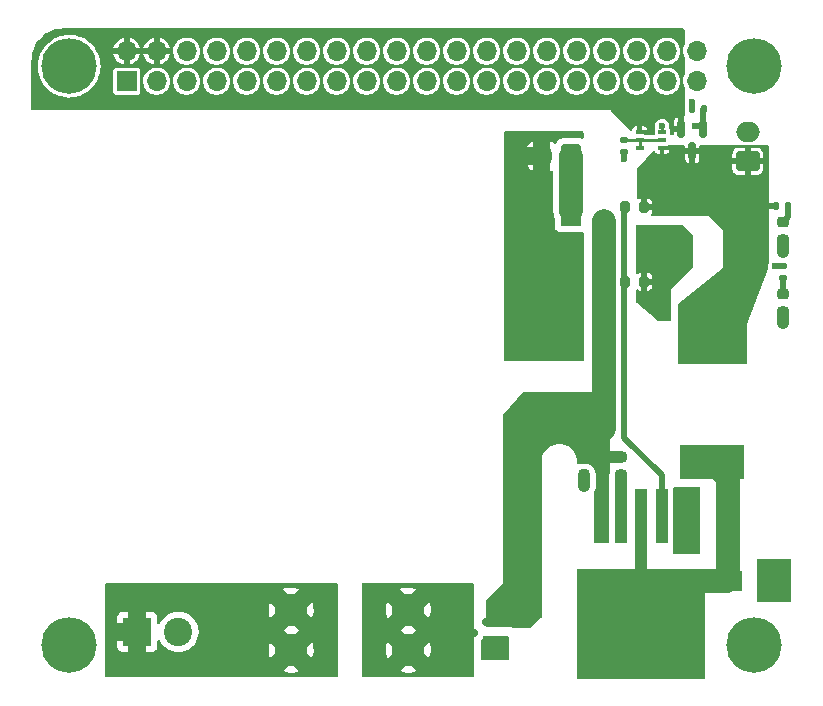
<source format=gbr>
%TF.GenerationSoftware,KiCad,Pcbnew,(6.0.4)*%
%TF.CreationDate,2022-07-12T09:01:25+01:00*%
%TF.ProjectId,PowerPi,506f7765-7250-4692-9e6b-696361645f70,rev?*%
%TF.SameCoordinates,Original*%
%TF.FileFunction,Copper,L1,Top*%
%TF.FilePolarity,Positive*%
%FSLAX46Y46*%
G04 Gerber Fmt 4.6, Leading zero omitted, Abs format (unit mm)*
G04 Created by KiCad (PCBNEW (6.0.4)) date 2022-07-12 09:01:25*
%MOMM*%
%LPD*%
G01*
G04 APERTURE LIST*
G04 Aperture macros list*
%AMRoundRect*
0 Rectangle with rounded corners*
0 $1 Rounding radius*
0 $2 $3 $4 $5 $6 $7 $8 $9 X,Y pos of 4 corners*
0 Add a 4 corners polygon primitive as box body*
4,1,4,$2,$3,$4,$5,$6,$7,$8,$9,$2,$3,0*
0 Add four circle primitives for the rounded corners*
1,1,$1+$1,$2,$3*
1,1,$1+$1,$4,$5*
1,1,$1+$1,$6,$7*
1,1,$1+$1,$8,$9*
0 Add four rect primitives between the rounded corners*
20,1,$1+$1,$2,$3,$4,$5,0*
20,1,$1+$1,$4,$5,$6,$7,0*
20,1,$1+$1,$6,$7,$8,$9,0*
20,1,$1+$1,$8,$9,$2,$3,0*%
G04 Aperture macros list end*
%TA.AperFunction,ComponentPad*%
%ADD10RoundRect,0.250000X0.750000X-0.600000X0.750000X0.600000X-0.750000X0.600000X-0.750000X-0.600000X0*%
%TD*%
%TA.AperFunction,ComponentPad*%
%ADD11O,2.000000X1.700000*%
%TD*%
%TA.AperFunction,SMDPad,CuDef*%
%ADD12RoundRect,0.135000X0.135000X0.185000X-0.135000X0.185000X-0.135000X-0.185000X0.135000X-0.185000X0*%
%TD*%
%TA.AperFunction,SMDPad,CuDef*%
%ADD13RoundRect,0.200000X-0.200000X-0.275000X0.200000X-0.275000X0.200000X0.275000X-0.200000X0.275000X0*%
%TD*%
%TA.AperFunction,SMDPad,CuDef*%
%ADD14R,0.650000X0.400000*%
%TD*%
%TA.AperFunction,ComponentPad*%
%ADD15C,4.700000*%
%TD*%
%TA.AperFunction,SMDPad,CuDef*%
%ADD16R,1.800000X2.500000*%
%TD*%
%TA.AperFunction,ComponentPad*%
%ADD17R,2.400000X2.400000*%
%TD*%
%TA.AperFunction,ComponentPad*%
%ADD18C,2.400000*%
%TD*%
%TA.AperFunction,SMDPad,CuDef*%
%ADD19RoundRect,0.225000X0.250000X-0.225000X0.250000X0.225000X-0.250000X0.225000X-0.250000X-0.225000X0*%
%TD*%
%TA.AperFunction,SMDPad,CuDef*%
%ADD20RoundRect,0.250000X1.500000X1.000000X-1.500000X1.000000X-1.500000X-1.000000X1.500000X-1.000000X0*%
%TD*%
%TA.AperFunction,SMDPad,CuDef*%
%ADD21RoundRect,0.150000X0.587500X0.150000X-0.587500X0.150000X-0.587500X-0.150000X0.587500X-0.150000X0*%
%TD*%
%TA.AperFunction,SMDPad,CuDef*%
%ADD22RoundRect,0.135000X-0.185000X0.135000X-0.185000X-0.135000X0.185000X-0.135000X0.185000X0.135000X0*%
%TD*%
%TA.AperFunction,SMDPad,CuDef*%
%ADD23RoundRect,0.150000X-0.150000X0.587500X-0.150000X-0.587500X0.150000X-0.587500X0.150000X0.587500X0*%
%TD*%
%TA.AperFunction,SMDPad,CuDef*%
%ADD24RoundRect,0.225000X0.225000X0.250000X-0.225000X0.250000X-0.225000X-0.250000X0.225000X-0.250000X0*%
%TD*%
%TA.AperFunction,SMDPad,CuDef*%
%ADD25R,1.100000X4.600000*%
%TD*%
%TA.AperFunction,SMDPad,CuDef*%
%ADD26R,10.800000X9.400000*%
%TD*%
%TA.AperFunction,ComponentPad*%
%ADD27C,2.780000*%
%TD*%
%TA.AperFunction,SMDPad,CuDef*%
%ADD28R,2.500000X1.800000*%
%TD*%
%TA.AperFunction,ComponentPad*%
%ADD29RoundRect,0.250000X0.600000X0.750000X-0.600000X0.750000X-0.600000X-0.750000X0.600000X-0.750000X0*%
%TD*%
%TA.AperFunction,ComponentPad*%
%ADD30O,1.700000X2.000000*%
%TD*%
%TA.AperFunction,SMDPad,CuDef*%
%ADD31RoundRect,0.250000X1.000000X-1.750000X1.000000X1.750000X-1.000000X1.750000X-1.000000X-1.750000X0*%
%TD*%
%TA.AperFunction,SMDPad,CuDef*%
%ADD32RoundRect,0.218750X0.256250X-0.218750X0.256250X0.218750X-0.256250X0.218750X-0.256250X-0.218750X0*%
%TD*%
%TA.AperFunction,SMDPad,CuDef*%
%ADD33R,5.400000X2.900000*%
%TD*%
%TA.AperFunction,SMDPad,CuDef*%
%ADD34RoundRect,0.135000X0.185000X-0.135000X0.185000X0.135000X-0.185000X0.135000X-0.185000X-0.135000X0*%
%TD*%
%TA.AperFunction,ComponentPad*%
%ADD35R,1.700000X1.700000*%
%TD*%
%TA.AperFunction,ComponentPad*%
%ADD36O,1.700000X1.700000*%
%TD*%
%TA.AperFunction,ViaPad*%
%ADD37C,0.600000*%
%TD*%
%TA.AperFunction,Conductor*%
%ADD38C,0.500000*%
%TD*%
%TA.AperFunction,Conductor*%
%ADD39C,2.000000*%
%TD*%
%TA.AperFunction,Conductor*%
%ADD40C,1.000000*%
%TD*%
%TA.AperFunction,Conductor*%
%ADD41C,0.250000*%
%TD*%
G04 APERTURE END LIST*
D10*
%TO.P,J8,1,Pin_1*%
%TO.N,+5V*%
X146200000Y-64800000D03*
D11*
%TO.P,J8,2,Pin_2*%
%TO.N,GND*%
X146200000Y-62300000D03*
%TD*%
D12*
%TO.P,R2,1*%
%TO.N,Net-(Q2-Pad3)*%
X142460000Y-60400000D03*
%TO.P,R2,2*%
%TO.N,GND*%
X141440000Y-60400000D03*
%TD*%
D13*
%TO.P,R9,1*%
%TO.N,Net-(R10-Pad1)*%
X135775000Y-75000000D03*
%TO.P,R9,2*%
%TO.N,GND*%
X137425000Y-75000000D03*
%TD*%
D14*
%TO.P,Q2,1,E1*%
%TO.N,+5V*%
X138950000Y-63650000D03*
%TO.P,Q2,2,B1*%
%TO.N,Net-(Q2-Pad2)*%
X138950000Y-63000000D03*
%TO.P,Q2,3,C2*%
%TO.N,Net-(Q2-Pad3)*%
X138950000Y-62350000D03*
%TO.P,Q2,4,E2*%
%TO.N,5V_PI*%
X137050000Y-62350000D03*
%TO.P,Q2,5,B2*%
%TO.N,Net-(Q2-Pad2)*%
X137050000Y-63000000D03*
%TO.P,Q2,6,C1*%
X137050000Y-63650000D03*
%TD*%
D15*
%TO.P,H2,1*%
%TO.N,N/C*%
X88750000Y-56750000D03*
%TD*%
D16*
%TO.P,D2,1,K*%
%TO.N,Net-(D2-Pad1)*%
X131250000Y-69000000D03*
%TO.P,D2,2,A*%
%TO.N,GND*%
X131250000Y-73000000D03*
%TD*%
D17*
%TO.P,J1,1,Pin_1*%
%TO.N,Net-(F1-Pad1)*%
X94500000Y-104650000D03*
D18*
%TO.P,J1,2,Pin_2*%
%TO.N,GND*%
X98000000Y-104650000D03*
%TD*%
D19*
%TO.P,C3,1*%
%TO.N,Net-(C3-Pad1)*%
X135500000Y-91375000D03*
%TO.P,C3,2*%
%TO.N,VCC*%
X135500000Y-89825000D03*
%TD*%
D20*
%TO.P,C5,1*%
%TO.N,+5V*%
X146050000Y-72300000D03*
%TO.P,C5,2*%
%TO.N,GND*%
X139550000Y-72300000D03*
%TD*%
D21*
%TO.P,Q1,1,G*%
%TO.N,GND*%
X124437500Y-105700000D03*
%TO.P,Q1,2,S*%
%TO.N,VCC*%
X124437500Y-103800000D03*
%TO.P,Q1,3,D*%
%TO.N,Net-(F1-Pad2)*%
X122562500Y-104750000D03*
%TD*%
D22*
%TO.P,R1,1*%
%TO.N,Net-(Q2-Pad2)*%
X135750000Y-62990000D03*
%TO.P,R1,2*%
%TO.N,GND*%
X135750000Y-64010000D03*
%TD*%
D23*
%TO.P,Q3,1,G*%
%TO.N,Net-(Q2-Pad3)*%
X142450000Y-62062500D03*
%TO.P,Q3,2,S*%
%TO.N,5V_PI*%
X140550000Y-62062500D03*
%TO.P,Q3,3,D*%
%TO.N,+5V*%
X141500000Y-63937500D03*
%TD*%
D24*
%TO.P,C4,1*%
%TO.N,+5V*%
X140775000Y-77600000D03*
%TO.P,C4,2*%
%TO.N,GND*%
X139225000Y-77600000D03*
%TD*%
D25*
%TO.P,U1,1,GND*%
%TO.N,GND*%
X140600000Y-94825000D03*
%TO.P,U1,2,FB*%
%TO.N,Net-(R10-Pad1)*%
X138900000Y-94825000D03*
%TO.P,U1,3,SW*%
%TO.N,Net-(D6-Pad1)*%
X137200000Y-94825000D03*
D26*
X137200000Y-103975000D03*
D25*
%TO.P,U1,4,VC*%
%TO.N,Net-(C3-Pad1)*%
X135500000Y-94825000D03*
%TO.P,U1,5,VIN*%
%TO.N,VCC*%
X133800000Y-94825000D03*
%TD*%
D12*
%TO.P,R6,1*%
%TO.N,Net-(D3-Pad2)*%
X149610000Y-68600000D03*
%TO.P,R6,2*%
%TO.N,+5V*%
X148590000Y-68600000D03*
%TD*%
D27*
%TO.P,F1,1*%
%TO.N,Net-(F1-Pad1)*%
X107540000Y-102800000D03*
X107540000Y-106200000D03*
%TO.P,F1,2*%
%TO.N,Net-(F1-Pad2)*%
X117460000Y-106200000D03*
X117460000Y-102800000D03*
%TD*%
D28*
%TO.P,D6,1,K*%
%TO.N,Net-(D6-Pad1)*%
X144450000Y-100300000D03*
%TO.P,D6,2,A*%
%TO.N,GND*%
X148450000Y-100300000D03*
%TD*%
D29*
%TO.P,J3,1,Pin_1*%
%TO.N,Net-(D2-Pad1)*%
X131250000Y-64350000D03*
D30*
%TO.P,J3,2,Pin_2*%
%TO.N,GND*%
X128750000Y-64350000D03*
%TD*%
D31*
%TO.P,C1,1*%
%TO.N,VCC*%
X131000000Y-86500000D03*
%TO.P,C1,2*%
%TO.N,GND*%
X131000000Y-78500000D03*
%TD*%
D15*
%TO.P,H3,1*%
%TO.N,N/C*%
X146750000Y-56750000D03*
%TD*%
D24*
%TO.P,C2,1*%
%TO.N,VCC*%
X133875000Y-91400000D03*
%TO.P,C2,2*%
%TO.N,GND*%
X132325000Y-91400000D03*
%TD*%
D32*
%TO.P,D5,1,K*%
%TO.N,GND*%
X149200000Y-77587500D03*
%TO.P,D5,2,A*%
%TO.N,Net-(D5-Pad2)*%
X149200000Y-76012500D03*
%TD*%
%TO.P,D3,1,K*%
%TO.N,GND*%
X149200000Y-71487500D03*
%TO.P,D3,2,A*%
%TO.N,Net-(D3-Pad2)*%
X149200000Y-69912500D03*
%TD*%
D33*
%TO.P,L1,1,1*%
%TO.N,Net-(D6-Pad1)*%
X143200000Y-90250000D03*
%TO.P,L1,2,2*%
%TO.N,+5V*%
X143200000Y-80350000D03*
%TD*%
D34*
%TO.P,R8,1*%
%TO.N,Net-(D5-Pad2)*%
X149200000Y-74710000D03*
%TO.P,R8,2*%
%TO.N,VCC*%
X149200000Y-73690000D03*
%TD*%
D13*
%TO.P,R10,1*%
%TO.N,Net-(R10-Pad1)*%
X135775000Y-68700000D03*
%TO.P,R10,2*%
%TO.N,+5V*%
X137425000Y-68700000D03*
%TD*%
D15*
%TO.P,H1,1*%
%TO.N,N/C*%
X146750000Y-105750000D03*
%TD*%
%TO.P,H4,1*%
%TO.N,N/C*%
X88750000Y-105750000D03*
%TD*%
D35*
%TO.P,J6,1,3V3*%
%TO.N,unconnected-(J6-Pad1)*%
X93620000Y-58020000D03*
D36*
%TO.P,J6,2,5V*%
%TO.N,5V_PI*%
X93620000Y-55480000D03*
%TO.P,J6,3,SDA/GPIO2*%
%TO.N,unconnected-(J6-Pad3)*%
X96160000Y-58020000D03*
%TO.P,J6,4,5V*%
%TO.N,5V_PI*%
X96160000Y-55480000D03*
%TO.P,J6,5,SCL/GPIO3*%
%TO.N,unconnected-(J6-Pad5)*%
X98700000Y-58020000D03*
%TO.P,J6,6,GND*%
%TO.N,GND*%
X98700000Y-55480000D03*
%TO.P,J6,7,GCLK0/GPIO4*%
%TO.N,unconnected-(J6-Pad7)*%
X101240000Y-58020000D03*
%TO.P,J6,8,GPIO14/TXD*%
%TO.N,unconnected-(J6-Pad8)*%
X101240000Y-55480000D03*
%TO.P,J6,9,GND*%
%TO.N,GND*%
X103780000Y-58020000D03*
%TO.P,J6,10,GPIO15/RXD*%
%TO.N,unconnected-(J6-Pad10)*%
X103780000Y-55480000D03*
%TO.P,J6,11,GPIO17*%
%TO.N,unconnected-(J6-Pad11)*%
X106320000Y-58020000D03*
%TO.P,J6,12,GPIO18/PWM0*%
%TO.N,unconnected-(J6-Pad12)*%
X106320000Y-55480000D03*
%TO.P,J6,13,GPIO27*%
%TO.N,unconnected-(J6-Pad13)*%
X108860000Y-58020000D03*
%TO.P,J6,14,GND*%
%TO.N,GND*%
X108860000Y-55480000D03*
%TO.P,J6,15,GPIO22*%
%TO.N,unconnected-(J6-Pad15)*%
X111400000Y-58020000D03*
%TO.P,J6,16,GPIO23*%
%TO.N,unconnected-(J6-Pad16)*%
X111400000Y-55480000D03*
%TO.P,J6,17,3V3*%
%TO.N,unconnected-(J6-Pad17)*%
X113940000Y-58020000D03*
%TO.P,J6,18,GPIO24*%
%TO.N,unconnected-(J6-Pad18)*%
X113940000Y-55480000D03*
%TO.P,J6,19,MOSI0/GPIO10*%
%TO.N,unconnected-(J6-Pad19)*%
X116480000Y-58020000D03*
%TO.P,J6,20,GND*%
%TO.N,GND*%
X116480000Y-55480000D03*
%TO.P,J6,21,MISO0/GPIO9*%
%TO.N,unconnected-(J6-Pad21)*%
X119020000Y-58020000D03*
%TO.P,J6,22,GPIO25*%
%TO.N,unconnected-(J6-Pad22)*%
X119020000Y-55480000D03*
%TO.P,J6,23,SCLK0/GPIO11*%
%TO.N,unconnected-(J6-Pad23)*%
X121560000Y-58020000D03*
%TO.P,J6,24,~{CE0}/GPIO8*%
%TO.N,unconnected-(J6-Pad24)*%
X121560000Y-55480000D03*
%TO.P,J6,25,GND*%
%TO.N,GND*%
X124100000Y-58020000D03*
%TO.P,J6,26,~{CE1}/GPIO7*%
%TO.N,unconnected-(J6-Pad26)*%
X124100000Y-55480000D03*
%TO.P,J6,27,ID_SD/GPIO0*%
%TO.N,unconnected-(J6-Pad27)*%
X126640000Y-58020000D03*
%TO.P,J6,28,ID_SC/GPIO1*%
%TO.N,unconnected-(J6-Pad28)*%
X126640000Y-55480000D03*
%TO.P,J6,29,GCLK1/GPIO5*%
%TO.N,unconnected-(J6-Pad29)*%
X129180000Y-58020000D03*
%TO.P,J6,30,GND*%
%TO.N,GND*%
X129180000Y-55480000D03*
%TO.P,J6,31,GCLK2/GPIO6*%
%TO.N,unconnected-(J6-Pad31)*%
X131720000Y-58020000D03*
%TO.P,J6,32,PWM0/GPIO12*%
%TO.N,unconnected-(J6-Pad32)*%
X131720000Y-55480000D03*
%TO.P,J6,33,PWM1/GPIO13*%
%TO.N,unconnected-(J6-Pad33)*%
X134260000Y-58020000D03*
%TO.P,J6,34,GND*%
%TO.N,GND*%
X134260000Y-55480000D03*
%TO.P,J6,35,GPIO19/MISO1*%
%TO.N,unconnected-(J6-Pad35)*%
X136800000Y-58020000D03*
%TO.P,J6,36,GPIO16*%
%TO.N,unconnected-(J6-Pad36)*%
X136800000Y-55480000D03*
%TO.P,J6,37,GPIO26*%
%TO.N,unconnected-(J6-Pad37)*%
X139340000Y-58020000D03*
%TO.P,J6,38,GPIO20/MOSI1*%
%TO.N,unconnected-(J6-Pad38)*%
X139340000Y-55480000D03*
%TO.P,J6,39,GND*%
%TO.N,GND*%
X141880000Y-58020000D03*
%TO.P,J6,40,GPIO21/SCLK1*%
%TO.N,unconnected-(J6-Pad40)*%
X141880000Y-55480000D03*
%TD*%
D37*
%TO.N,VCC*%
X134000000Y-73700000D03*
X134000000Y-69850000D03*
X148500000Y-73700000D03*
%TO.N,GND*%
X126000000Y-62750000D03*
X149200000Y-78500000D03*
X148450000Y-101750000D03*
X123950000Y-106700000D03*
X140500000Y-70600000D03*
X129800000Y-74000000D03*
X132300000Y-92300000D03*
X141450000Y-59750000D03*
X137300000Y-76500000D03*
X137200000Y-72400000D03*
X141800000Y-92800000D03*
X128600000Y-77500000D03*
X139300000Y-76500000D03*
X139300000Y-75400000D03*
X138900000Y-70600000D03*
X148449999Y-98800000D03*
X130200000Y-75600000D03*
X135750000Y-64600000D03*
X149200000Y-72500000D03*
X131800000Y-81400000D03*
X149550000Y-101750000D03*
X128600000Y-75600000D03*
X129800000Y-72000000D03*
X141800000Y-94400000D03*
X141800000Y-97600000D03*
X129800000Y-73000000D03*
X140400000Y-97600000D03*
X140000000Y-74700000D03*
X130200000Y-81400000D03*
X128600000Y-79600000D03*
X147350000Y-101750000D03*
X126000000Y-81250000D03*
X129000000Y-66000000D03*
X128600000Y-81400000D03*
X129250000Y-70750000D03*
X125650000Y-106700000D03*
X137200000Y-70600000D03*
X138150000Y-77350000D03*
X149550000Y-98800000D03*
X147350000Y-98800000D03*
X125650000Y-105350000D03*
X131900000Y-75600000D03*
X141800000Y-96000000D03*
%TO.N,+5V*%
X137450000Y-65950000D03*
%TO.N,Net-(Q2-Pad3)*%
X138950000Y-61800000D03*
X141700000Y-61800000D03*
%TO.N,Net-(D2-Pad1)*%
X131250000Y-67250000D03*
%TD*%
D38*
%TO.N,VCC*%
X148500000Y-73700000D02*
X149190000Y-73700000D01*
D39*
X134000000Y-73700000D02*
X134000000Y-69850000D01*
D40*
X135500000Y-89825000D02*
X133875000Y-89825000D01*
D38*
X149190000Y-73700000D02*
X149200000Y-73690000D01*
D39*
X134000000Y-73700000D02*
X134000000Y-87500000D01*
D40*
%TO.N,GND*%
X149200000Y-78500000D02*
X149200000Y-77587500D01*
X132325000Y-91400000D02*
X132325000Y-92275000D01*
D38*
X141440000Y-60400000D02*
X141440000Y-59760000D01*
D40*
X132325000Y-92275000D02*
X132300000Y-92300000D01*
X149200000Y-71487500D02*
X149200000Y-72500000D01*
D38*
X135750000Y-64010000D02*
X135750000Y-64600000D01*
X141440000Y-59760000D02*
X141450000Y-59750000D01*
D40*
%TO.N,Net-(C3-Pad1)*%
X135500000Y-94825000D02*
X135500000Y-91375000D01*
D38*
%TO.N,+5V*%
X148590000Y-68600000D02*
X146100000Y-68600000D01*
%TO.N,Net-(D3-Pad2)*%
X149610000Y-69502500D02*
X149610000Y-68600000D01*
X149200000Y-69912500D02*
X149610000Y-69502500D01*
%TO.N,Net-(D5-Pad2)*%
X149200000Y-74710000D02*
X149200000Y-76012500D01*
D39*
%TO.N,Net-(D6-Pad1)*%
X144500000Y-100250000D02*
X144500000Y-91550000D01*
X140875000Y-100300000D02*
X137200000Y-103975000D01*
X144450000Y-100300000D02*
X144500000Y-100250000D01*
X144500000Y-91550000D02*
X143200000Y-90250000D01*
D40*
X137200000Y-94825000D02*
X137200000Y-103975000D01*
D39*
X144450000Y-100300000D02*
X140875000Y-100300000D01*
D41*
%TO.N,Net-(Q2-Pad2)*%
X137050000Y-63000000D02*
X138950000Y-63000000D01*
X137050000Y-63650000D02*
X137050000Y-63000000D01*
X137050000Y-63000000D02*
X135760000Y-63000000D01*
D38*
%TO.N,Net-(Q2-Pad3)*%
X141700000Y-61800000D02*
X142187500Y-61800000D01*
X142450000Y-62062500D02*
X142450000Y-60410000D01*
X142187500Y-61800000D02*
X142450000Y-62062500D01*
D41*
X138950000Y-62350000D02*
X138950000Y-61800000D01*
D38*
%TO.N,Net-(R10-Pad1)*%
X138900000Y-94825000D02*
X138900000Y-91400000D01*
X135750000Y-88250000D02*
X135750000Y-68725000D01*
X138900000Y-91400000D02*
X135750000Y-88250000D01*
X135750000Y-68725000D02*
X135775000Y-68700000D01*
D39*
%TO.N,Net-(D2-Pad1)*%
X131250000Y-64350000D02*
X131250000Y-69000000D01*
%TD*%
%TA.AperFunction,Conductor*%
%TO.N,Net-(F1-Pad1)*%
G36*
X111442121Y-100520002D02*
G01*
X111488614Y-100573658D01*
X111500000Y-100626000D01*
X111500000Y-108374000D01*
X111479998Y-108442121D01*
X111426342Y-108488614D01*
X111374000Y-108500000D01*
X91876000Y-108500000D01*
X91807879Y-108479998D01*
X91761386Y-108426342D01*
X91750000Y-108374000D01*
X91750000Y-107963166D01*
X106843114Y-107963166D01*
X106846396Y-107967551D01*
X106919531Y-107998520D01*
X106927936Y-108001398D01*
X107179140Y-108068002D01*
X107187861Y-108069666D01*
X107445948Y-108100213D01*
X107454813Y-108100631D01*
X107714617Y-108094508D01*
X107723472Y-108093671D01*
X107979821Y-108051003D01*
X107988455Y-108048930D01*
X108232662Y-107971697D01*
X108240089Y-107965006D01*
X108238133Y-107958793D01*
X107552812Y-107273472D01*
X107538868Y-107265858D01*
X107537035Y-107265989D01*
X107530420Y-107270240D01*
X106849874Y-107950786D01*
X106843114Y-107963166D01*
X91750000Y-107963166D01*
X91750000Y-105894669D01*
X92792001Y-105894669D01*
X92792371Y-105901490D01*
X92797895Y-105952352D01*
X92801521Y-105967604D01*
X92846676Y-106088054D01*
X92855214Y-106103649D01*
X92931715Y-106205724D01*
X92944276Y-106218285D01*
X93046351Y-106294786D01*
X93061946Y-106303324D01*
X93182394Y-106348478D01*
X93197649Y-106352105D01*
X93248514Y-106357631D01*
X93255328Y-106358000D01*
X93731885Y-106358000D01*
X93747124Y-106353525D01*
X93748329Y-106352135D01*
X93750000Y-106344452D01*
X93750000Y-106339884D01*
X95250000Y-106339884D01*
X95254475Y-106355123D01*
X95255865Y-106356328D01*
X95263548Y-106357999D01*
X95744669Y-106357999D01*
X95751490Y-106357629D01*
X95802352Y-106352105D01*
X95817604Y-106348479D01*
X95938054Y-106303324D01*
X95953649Y-106294786D01*
X96055724Y-106218285D01*
X96068285Y-106205724D01*
X96144786Y-106103649D01*
X96153324Y-106088054D01*
X96198478Y-105967606D01*
X96202105Y-105952351D01*
X96207631Y-105901486D01*
X96208000Y-105894672D01*
X96208000Y-105425406D01*
X96228002Y-105357285D01*
X96281658Y-105310792D01*
X96351932Y-105300688D01*
X96416512Y-105330182D01*
X96444991Y-105365767D01*
X96470665Y-105413548D01*
X96520620Y-105506519D01*
X96555025Y-105570551D01*
X96557820Y-105574294D01*
X96557822Y-105574297D01*
X96704171Y-105770282D01*
X96704176Y-105770288D01*
X96706963Y-105774020D01*
X96710272Y-105777300D01*
X96710277Y-105777306D01*
X96883990Y-105949509D01*
X96887307Y-105952797D01*
X96891069Y-105955555D01*
X96891072Y-105955558D01*
X96996764Y-106033054D01*
X97092094Y-106102953D01*
X97096229Y-106105129D01*
X97096233Y-106105131D01*
X97214289Y-106167243D01*
X97316827Y-106221191D01*
X97451160Y-106268102D01*
X97552021Y-106303324D01*
X97556568Y-106304912D01*
X97806050Y-106352278D01*
X97926532Y-106357011D01*
X98055125Y-106362064D01*
X98055130Y-106362064D01*
X98059793Y-106362247D01*
X98158774Y-106351407D01*
X98307569Y-106335112D01*
X98307575Y-106335111D01*
X98312222Y-106334602D01*
X98421680Y-106305784D01*
X98553273Y-106271138D01*
X98557793Y-106269948D01*
X98707280Y-106205724D01*
X98786807Y-106171557D01*
X98786810Y-106171555D01*
X98791110Y-106169708D01*
X98795090Y-106167245D01*
X98795094Y-106167243D01*
X98831552Y-106144682D01*
X105638266Y-106144682D01*
X105648468Y-106404359D01*
X105649443Y-106413188D01*
X105696133Y-106668839D01*
X105698342Y-106677442D01*
X105768548Y-106887876D01*
X105776598Y-106899452D01*
X105780191Y-106898801D01*
X105781440Y-106897900D01*
X106466528Y-106212812D01*
X106472906Y-106201132D01*
X108605858Y-106201132D01*
X108605989Y-106202965D01*
X108610240Y-106209580D01*
X109291444Y-106890784D01*
X109303824Y-106897544D01*
X109308469Y-106894067D01*
X109328548Y-106848649D01*
X109331565Y-106840269D01*
X109402101Y-106590166D01*
X109403905Y-106581458D01*
X109438666Y-106322663D01*
X109439194Y-106316270D01*
X109442747Y-106203222D01*
X109442620Y-106196779D01*
X109424180Y-105936335D01*
X109422927Y-105927531D01*
X109368230Y-105673474D01*
X109365751Y-105664941D01*
X109310028Y-105513897D01*
X109301618Y-105502579D01*
X109297119Y-105503541D01*
X108613472Y-106187188D01*
X108605858Y-106201132D01*
X106472906Y-106201132D01*
X106474142Y-106198868D01*
X106474011Y-106197035D01*
X106469760Y-106190420D01*
X105789521Y-105510181D01*
X105777141Y-105503421D01*
X105773003Y-105506519D01*
X105731958Y-105607856D01*
X105729210Y-105616313D01*
X105666562Y-105868518D01*
X105665033Y-105877279D01*
X105638545Y-106135799D01*
X105638266Y-106144682D01*
X98831552Y-106144682D01*
X99003064Y-106038547D01*
X99003066Y-106038545D01*
X99007047Y-106036082D01*
X99010624Y-106033054D01*
X99197289Y-105875031D01*
X99197291Y-105875029D01*
X99200862Y-105872006D01*
X99368295Y-105681084D01*
X99505669Y-105467512D01*
X99609967Y-105235980D01*
X99678896Y-104991575D01*
X99710943Y-104739667D01*
X99713291Y-104650000D01*
X99702856Y-104509580D01*
X99702228Y-104501132D01*
X106905858Y-104501132D01*
X106905989Y-104502965D01*
X106910240Y-104509580D01*
X107527188Y-105126528D01*
X107541132Y-105134142D01*
X107542965Y-105134011D01*
X107549580Y-105129760D01*
X108166528Y-104512812D01*
X108174142Y-104498868D01*
X108174011Y-104497035D01*
X108169760Y-104490420D01*
X107552812Y-103873472D01*
X107538868Y-103865858D01*
X107537035Y-103865989D01*
X107530420Y-103870240D01*
X106913472Y-104487188D01*
X106905858Y-104501132D01*
X99702228Y-104501132D01*
X99694818Y-104401411D01*
X99694817Y-104401407D01*
X99694472Y-104396759D01*
X99638428Y-104149082D01*
X99575391Y-103986983D01*
X99548084Y-103916762D01*
X99548083Y-103916760D01*
X99546391Y-103912409D01*
X99535947Y-103894135D01*
X99422702Y-103695997D01*
X99422700Y-103695995D01*
X99420383Y-103691940D01*
X99263171Y-103492517D01*
X99092957Y-103332396D01*
X99081610Y-103321722D01*
X99081608Y-103321720D01*
X99078209Y-103318523D01*
X98924579Y-103211946D01*
X98873393Y-103176437D01*
X98873390Y-103176435D01*
X98869561Y-103173779D01*
X98865384Y-103171719D01*
X98865377Y-103171715D01*
X98645996Y-103063528D01*
X98645992Y-103063527D01*
X98641810Y-103061464D01*
X98399960Y-102984047D01*
X98395355Y-102983297D01*
X98153935Y-102943980D01*
X98153934Y-102943980D01*
X98149323Y-102943229D01*
X98022365Y-102941567D01*
X97900083Y-102939966D01*
X97900080Y-102939966D01*
X97895406Y-102939905D01*
X97643787Y-102974149D01*
X97399993Y-103045208D01*
X97169380Y-103151522D01*
X97165471Y-103154085D01*
X96960928Y-103288189D01*
X96960923Y-103288193D01*
X96957015Y-103290755D01*
X96910360Y-103332396D01*
X96828647Y-103405328D01*
X96767562Y-103459848D01*
X96605183Y-103655087D01*
X96473447Y-103872182D01*
X96471638Y-103876496D01*
X96471637Y-103876498D01*
X96450196Y-103927629D01*
X96405407Y-103982715D01*
X96337946Y-104004841D01*
X96269233Y-103986983D01*
X96221081Y-103934810D01*
X96207999Y-103878903D01*
X96207999Y-103405331D01*
X96207629Y-103398510D01*
X96202105Y-103347648D01*
X96198479Y-103332396D01*
X96153324Y-103211946D01*
X96144786Y-103196351D01*
X96068285Y-103094276D01*
X96055724Y-103081715D01*
X95953649Y-103005214D01*
X95938054Y-102996676D01*
X95817606Y-102951522D01*
X95802351Y-102947895D01*
X95751486Y-102942369D01*
X95744672Y-102942000D01*
X95268115Y-102942000D01*
X95252876Y-102946475D01*
X95251671Y-102947865D01*
X95250000Y-102955548D01*
X95250000Y-106339884D01*
X93750000Y-106339884D01*
X93750000Y-105418115D01*
X93745525Y-105402876D01*
X93744135Y-105401671D01*
X93736452Y-105400000D01*
X92810116Y-105400000D01*
X92794877Y-105404475D01*
X92793672Y-105405865D01*
X92792001Y-105413548D01*
X92792001Y-105894669D01*
X91750000Y-105894669D01*
X91750000Y-103881885D01*
X92792000Y-103881885D01*
X92796475Y-103897124D01*
X92797865Y-103898329D01*
X92805548Y-103900000D01*
X93731885Y-103900000D01*
X93747124Y-103895525D01*
X93748329Y-103894135D01*
X93750000Y-103886452D01*
X93750000Y-102960116D01*
X93745525Y-102944877D01*
X93744135Y-102943672D01*
X93736452Y-102942001D01*
X93255331Y-102942001D01*
X93248510Y-102942371D01*
X93197648Y-102947895D01*
X93182396Y-102951521D01*
X93061946Y-102996676D01*
X93046351Y-103005214D01*
X92944276Y-103081715D01*
X92931715Y-103094276D01*
X92855214Y-103196351D01*
X92846676Y-103211946D01*
X92801522Y-103332394D01*
X92797895Y-103347649D01*
X92792369Y-103398514D01*
X92792000Y-103405328D01*
X92792000Y-103881885D01*
X91750000Y-103881885D01*
X91750000Y-102744682D01*
X105638266Y-102744682D01*
X105648468Y-103004359D01*
X105649443Y-103013188D01*
X105696133Y-103268839D01*
X105698342Y-103277442D01*
X105768548Y-103487876D01*
X105776598Y-103499452D01*
X105780191Y-103498801D01*
X105781440Y-103497900D01*
X106466528Y-102812812D01*
X106472906Y-102801132D01*
X108605858Y-102801132D01*
X108605989Y-102802965D01*
X108610240Y-102809580D01*
X109291444Y-103490784D01*
X109303824Y-103497544D01*
X109308469Y-103494067D01*
X109328548Y-103448649D01*
X109331565Y-103440269D01*
X109402101Y-103190166D01*
X109403905Y-103181458D01*
X109438666Y-102922663D01*
X109439194Y-102916270D01*
X109442747Y-102803222D01*
X109442620Y-102796779D01*
X109424180Y-102536335D01*
X109422927Y-102527531D01*
X109368230Y-102273474D01*
X109365751Y-102264941D01*
X109310028Y-102113897D01*
X109301618Y-102102579D01*
X109297119Y-102103541D01*
X108613472Y-102787188D01*
X108605858Y-102801132D01*
X106472906Y-102801132D01*
X106474142Y-102798868D01*
X106474011Y-102797035D01*
X106469760Y-102790420D01*
X105789521Y-102110181D01*
X105777141Y-102103421D01*
X105773003Y-102106519D01*
X105731958Y-102207856D01*
X105729210Y-102216313D01*
X105666562Y-102468518D01*
X105665033Y-102477279D01*
X105638545Y-102735799D01*
X105638266Y-102744682D01*
X91750000Y-102744682D01*
X91750000Y-101037682D01*
X106841756Y-101037682D01*
X106842563Y-101041774D01*
X106842920Y-101042260D01*
X107527188Y-101726528D01*
X107541132Y-101734142D01*
X107542965Y-101734011D01*
X107549580Y-101729760D01*
X108229869Y-101049471D01*
X108236629Y-101037091D01*
X108233706Y-101033187D01*
X108103670Y-100982879D01*
X108095175Y-100980265D01*
X107842010Y-100921585D01*
X107833232Y-100920195D01*
X107574321Y-100897771D01*
X107565450Y-100897631D01*
X107305953Y-100911912D01*
X107297143Y-100913026D01*
X107042254Y-100963726D01*
X107033696Y-100966067D01*
X106853204Y-101029451D01*
X106841756Y-101037682D01*
X91750000Y-101037682D01*
X91750000Y-100626000D01*
X91770002Y-100557879D01*
X91823658Y-100511386D01*
X91876000Y-100500000D01*
X111374000Y-100500000D01*
X111442121Y-100520002D01*
G37*
%TD.AperFunction*%
%TD*%
%TA.AperFunction,Conductor*%
%TO.N,VCC*%
G36*
X134492121Y-84320002D02*
G01*
X134538614Y-84373658D01*
X134550000Y-84426000D01*
X134550000Y-90910100D01*
X134543593Y-90949767D01*
X134526851Y-91000243D01*
X134516500Y-91101268D01*
X134516500Y-91120417D01*
X134511559Y-91152333D01*
X134511909Y-91152407D01*
X134510628Y-91158434D01*
X134508765Y-91164306D01*
X134491500Y-91318227D01*
X134491500Y-92276487D01*
X134483482Y-92320716D01*
X134448255Y-92414684D01*
X134441500Y-92476866D01*
X134441500Y-96974000D01*
X134421498Y-97042121D01*
X134367842Y-97088614D01*
X134315500Y-97100000D01*
X133276000Y-97100000D01*
X133207879Y-97079998D01*
X133161386Y-97026342D01*
X133150000Y-96974000D01*
X133150000Y-92901486D01*
X133168787Y-92839643D01*
X133167102Y-92838739D01*
X133210955Y-92756953D01*
X133211584Y-92755793D01*
X133253464Y-92679614D01*
X133253465Y-92679612D01*
X133256433Y-92674213D01*
X133258045Y-92669131D01*
X133260562Y-92664437D01*
X133287762Y-92575469D01*
X133288108Y-92574358D01*
X133314373Y-92491563D01*
X133316235Y-92485694D01*
X133316829Y-92480398D01*
X133318387Y-92475302D01*
X133327790Y-92382743D01*
X133327911Y-92381607D01*
X133333500Y-92331773D01*
X133333500Y-92328246D01*
X133333555Y-92327261D01*
X133334002Y-92321581D01*
X133338374Y-92278538D01*
X133334059Y-92232891D01*
X133333500Y-92221033D01*
X133333500Y-91350231D01*
X133333086Y-91346001D01*
X133319681Y-91209301D01*
X133319080Y-91203167D01*
X133284446Y-91088452D01*
X133279741Y-91065039D01*
X133273599Y-91005838D01*
X133273598Y-91005833D01*
X133272887Y-90998981D01*
X133218756Y-90836732D01*
X133128752Y-90691287D01*
X133007702Y-90570448D01*
X133001471Y-90566607D01*
X132868331Y-90484538D01*
X132868329Y-90484537D01*
X132862101Y-90480698D01*
X132699757Y-90426851D01*
X132692920Y-90426151D01*
X132692918Y-90426150D01*
X132651599Y-90421917D01*
X132598732Y-90416500D01*
X132577485Y-90416500D01*
X132540233Y-90410867D01*
X132528768Y-90407318D01*
X132469830Y-90401123D01*
X132338204Y-90387289D01*
X132338202Y-90387289D01*
X132332075Y-90386645D01*
X132249576Y-90394153D01*
X132141251Y-90404011D01*
X132141248Y-90404012D01*
X132135112Y-90404570D01*
X132129206Y-90406308D01*
X132129202Y-90406309D01*
X132111994Y-90411374D01*
X132076419Y-90416500D01*
X132051268Y-90416500D01*
X132048022Y-90416837D01*
X132048018Y-90416837D01*
X132028445Y-90418868D01*
X131948981Y-90427113D01*
X131924376Y-90435322D01*
X131853429Y-90437908D01*
X131792344Y-90401725D01*
X131760518Y-90338261D01*
X131758500Y-90315799D01*
X131758500Y-90303250D01*
X131760246Y-90282345D01*
X131762770Y-90267344D01*
X131762770Y-90267341D01*
X131763576Y-90262552D01*
X131763729Y-90250000D01*
X131763039Y-90245182D01*
X131763036Y-90245135D01*
X131762162Y-90237256D01*
X131744923Y-90018223D01*
X131744535Y-90013289D01*
X131689105Y-89782406D01*
X131679203Y-89758500D01*
X131600135Y-89567611D01*
X131600133Y-89567607D01*
X131598240Y-89563037D01*
X131595654Y-89558817D01*
X131476759Y-89364798D01*
X131476755Y-89364792D01*
X131474176Y-89360584D01*
X131319969Y-89180031D01*
X131139416Y-89025824D01*
X131135208Y-89023245D01*
X131135202Y-89023241D01*
X130941183Y-88904346D01*
X130936963Y-88901760D01*
X130932393Y-88899867D01*
X130932389Y-88899865D01*
X130722167Y-88812789D01*
X130722165Y-88812788D01*
X130717594Y-88810895D01*
X130637391Y-88791640D01*
X130491524Y-88756620D01*
X130491518Y-88756619D01*
X130486711Y-88755465D01*
X130250000Y-88736835D01*
X130013289Y-88755465D01*
X130008482Y-88756619D01*
X130008476Y-88756620D01*
X129862609Y-88791640D01*
X129782406Y-88810895D01*
X129777835Y-88812788D01*
X129777833Y-88812789D01*
X129567611Y-88899865D01*
X129567607Y-88899867D01*
X129563037Y-88901760D01*
X129558817Y-88904346D01*
X129364798Y-89023241D01*
X129364792Y-89023245D01*
X129360584Y-89025824D01*
X129180031Y-89180031D01*
X129025824Y-89360584D01*
X129023245Y-89364792D01*
X129023241Y-89364798D01*
X128904346Y-89558817D01*
X128901760Y-89563037D01*
X128899867Y-89567607D01*
X128899865Y-89567611D01*
X128820797Y-89758500D01*
X128810895Y-89782406D01*
X128755465Y-90013289D01*
X128755077Y-90018223D01*
X128738746Y-90225720D01*
X128737785Y-90233921D01*
X128737821Y-90234011D01*
X128736309Y-90243724D01*
X128736946Y-90248593D01*
X128736835Y-90250000D01*
X128737130Y-90250000D01*
X128738380Y-90259560D01*
X128738380Y-90259562D01*
X128740436Y-90275283D01*
X128741500Y-90291620D01*
X128741500Y-103381531D01*
X128721498Y-103449652D01*
X128700641Y-103474412D01*
X127854546Y-104250000D01*
X127836835Y-104266235D01*
X127773104Y-104297522D01*
X127750041Y-104299343D01*
X124696820Y-104259169D01*
X124124342Y-104251636D01*
X124056491Y-104230740D01*
X124010708Y-104176477D01*
X124000000Y-104125647D01*
X124000000Y-102052190D01*
X124020002Y-101984069D01*
X124036905Y-101963095D01*
X125500000Y-100500000D01*
X125500000Y-86249185D01*
X125520002Y-86181064D01*
X125533321Y-86163823D01*
X127212570Y-84340638D01*
X127273433Y-84304083D01*
X127305249Y-84300000D01*
X134424000Y-84300000D01*
X134492121Y-84320002D01*
G37*
%TD.AperFunction*%
%TD*%
%TA.AperFunction,Conductor*%
%TO.N,GND*%
G36*
X140717183Y-70218907D02*
G01*
X140728996Y-70228996D01*
X141571004Y-71071004D01*
X141598781Y-71125521D01*
X141600000Y-71141008D01*
X141600000Y-73660472D01*
X141581093Y-73718663D01*
X141572776Y-73728657D01*
X139700000Y-75700000D01*
X139700000Y-78201000D01*
X139681093Y-78259191D01*
X139631593Y-78295155D01*
X139601000Y-78300000D01*
X138586751Y-78300000D01*
X138528560Y-78281093D01*
X138522151Y-78276019D01*
X136784400Y-76779622D01*
X136752643Y-76727324D01*
X136750000Y-76704603D01*
X136750000Y-75741810D01*
X136768907Y-75683619D01*
X136818407Y-75647655D01*
X136879593Y-75647655D01*
X136908372Y-75662589D01*
X136976777Y-75713855D01*
X136989018Y-75720557D01*
X137110713Y-75766178D01*
X137122702Y-75769029D01*
X137159412Y-75773017D01*
X137172469Y-75770289D01*
X137174078Y-75768514D01*
X137175000Y-75764215D01*
X137175000Y-75759030D01*
X137675000Y-75759030D01*
X137679122Y-75771715D01*
X137681062Y-75773125D01*
X137685432Y-75773577D01*
X137727298Y-75769029D01*
X137739287Y-75766178D01*
X137860982Y-75720557D01*
X137873219Y-75713857D01*
X137976545Y-75636419D01*
X137986419Y-75626545D01*
X138063857Y-75523219D01*
X138070557Y-75510982D01*
X138116178Y-75389287D01*
X138119029Y-75377298D01*
X138124711Y-75324991D01*
X138125000Y-75319657D01*
X138125000Y-75265680D01*
X138120878Y-75252995D01*
X138116757Y-75250000D01*
X137690680Y-75250000D01*
X137677995Y-75254122D01*
X137675000Y-75258243D01*
X137675000Y-75759030D01*
X137175000Y-75759030D01*
X137175000Y-74734320D01*
X137675000Y-74734320D01*
X137679122Y-74747005D01*
X137683243Y-74750000D01*
X138109320Y-74750000D01*
X138122005Y-74745878D01*
X138125000Y-74741757D01*
X138125000Y-74680343D01*
X138124711Y-74675009D01*
X138119029Y-74622702D01*
X138116178Y-74610713D01*
X138070557Y-74489018D01*
X138063857Y-74476781D01*
X137986419Y-74373455D01*
X137976545Y-74363581D01*
X137873219Y-74286143D01*
X137860982Y-74279443D01*
X137739287Y-74233822D01*
X137727298Y-74230971D01*
X137690588Y-74226983D01*
X137677531Y-74229711D01*
X137675922Y-74231486D01*
X137675000Y-74235785D01*
X137675000Y-74734320D01*
X137175000Y-74734320D01*
X137175000Y-74240970D01*
X137170878Y-74228285D01*
X137168938Y-74226875D01*
X137164568Y-74226423D01*
X137122702Y-74230971D01*
X137110713Y-74233822D01*
X136989018Y-74279443D01*
X136976777Y-74286145D01*
X136908372Y-74337411D01*
X136850468Y-74357179D01*
X136792004Y-74339137D01*
X136755310Y-74290176D01*
X136750000Y-74258190D01*
X136750000Y-70299000D01*
X136768907Y-70240809D01*
X136818407Y-70204845D01*
X136849000Y-70200000D01*
X140658992Y-70200000D01*
X140717183Y-70218907D01*
G37*
%TD.AperFunction*%
%TD*%
%TA.AperFunction,Conductor*%
%TO.N,Net-(F1-Pad2)*%
G36*
X122942121Y-100520002D02*
G01*
X122988614Y-100573658D01*
X123000000Y-100626000D01*
X123000000Y-108374000D01*
X122979998Y-108442121D01*
X122926342Y-108488614D01*
X122874000Y-108500000D01*
X113626000Y-108500000D01*
X113557879Y-108479998D01*
X113511386Y-108426342D01*
X113500000Y-108374000D01*
X113500000Y-107963166D01*
X116763114Y-107963166D01*
X116766396Y-107967551D01*
X116839531Y-107998520D01*
X116847936Y-108001398D01*
X117099140Y-108068002D01*
X117107861Y-108069666D01*
X117365948Y-108100213D01*
X117374813Y-108100631D01*
X117634617Y-108094508D01*
X117643472Y-108093671D01*
X117899821Y-108051003D01*
X117908455Y-108048930D01*
X118152662Y-107971697D01*
X118160089Y-107965006D01*
X118158133Y-107958793D01*
X117472812Y-107273472D01*
X117458868Y-107265858D01*
X117457035Y-107265989D01*
X117450420Y-107270240D01*
X116769874Y-107950786D01*
X116763114Y-107963166D01*
X113500000Y-107963166D01*
X113500000Y-106144682D01*
X115558266Y-106144682D01*
X115568468Y-106404359D01*
X115569443Y-106413188D01*
X115616133Y-106668839D01*
X115618342Y-106677442D01*
X115688548Y-106887876D01*
X115696598Y-106899452D01*
X115700191Y-106898801D01*
X115701440Y-106897900D01*
X116386528Y-106212812D01*
X116392906Y-106201132D01*
X118525858Y-106201132D01*
X118525989Y-106202965D01*
X118530240Y-106209580D01*
X119211444Y-106890784D01*
X119223824Y-106897544D01*
X119228469Y-106894067D01*
X119248548Y-106848649D01*
X119251565Y-106840269D01*
X119322101Y-106590166D01*
X119323905Y-106581458D01*
X119358666Y-106322663D01*
X119359194Y-106316270D01*
X119362747Y-106203222D01*
X119362620Y-106196779D01*
X119344180Y-105936335D01*
X119342927Y-105927531D01*
X119288230Y-105673474D01*
X119285751Y-105664941D01*
X119230028Y-105513897D01*
X119221618Y-105502579D01*
X119217119Y-105503541D01*
X118533472Y-106187188D01*
X118525858Y-106201132D01*
X116392906Y-106201132D01*
X116394142Y-106198868D01*
X116394011Y-106197035D01*
X116389760Y-106190420D01*
X115709521Y-105510181D01*
X115697141Y-105503421D01*
X115693003Y-105506519D01*
X115651958Y-105607856D01*
X115649210Y-105616313D01*
X115586562Y-105868518D01*
X115585033Y-105877279D01*
X115558545Y-106135799D01*
X115558266Y-106144682D01*
X113500000Y-106144682D01*
X113500000Y-104501132D01*
X116825858Y-104501132D01*
X116825989Y-104502965D01*
X116830240Y-104509580D01*
X117447188Y-105126528D01*
X117461132Y-105134142D01*
X117462965Y-105134011D01*
X117469580Y-105129760D01*
X118086528Y-104512812D01*
X118094142Y-104498868D01*
X118094011Y-104497035D01*
X118089760Y-104490420D01*
X117472812Y-103873472D01*
X117458868Y-103865858D01*
X117457035Y-103865989D01*
X117450420Y-103870240D01*
X116833472Y-104487188D01*
X116825858Y-104501132D01*
X113500000Y-104501132D01*
X113500000Y-102744682D01*
X115558266Y-102744682D01*
X115568468Y-103004359D01*
X115569443Y-103013188D01*
X115616133Y-103268839D01*
X115618342Y-103277442D01*
X115688548Y-103487876D01*
X115696598Y-103499452D01*
X115700191Y-103498801D01*
X115701440Y-103497900D01*
X116386528Y-102812812D01*
X116392906Y-102801132D01*
X118525858Y-102801132D01*
X118525989Y-102802965D01*
X118530240Y-102809580D01*
X119211444Y-103490784D01*
X119223824Y-103497544D01*
X119228469Y-103494067D01*
X119248548Y-103448649D01*
X119251565Y-103440269D01*
X119322101Y-103190166D01*
X119323905Y-103181458D01*
X119358666Y-102922663D01*
X119359194Y-102916270D01*
X119362747Y-102803222D01*
X119362620Y-102796779D01*
X119344180Y-102536335D01*
X119342927Y-102527531D01*
X119288230Y-102273474D01*
X119285751Y-102264941D01*
X119230028Y-102113897D01*
X119221618Y-102102579D01*
X119217119Y-102103541D01*
X118533472Y-102787188D01*
X118525858Y-102801132D01*
X116392906Y-102801132D01*
X116394142Y-102798868D01*
X116394011Y-102797035D01*
X116389760Y-102790420D01*
X115709521Y-102110181D01*
X115697141Y-102103421D01*
X115693003Y-102106519D01*
X115651958Y-102207856D01*
X115649210Y-102216313D01*
X115586562Y-102468518D01*
X115585033Y-102477279D01*
X115558545Y-102735799D01*
X115558266Y-102744682D01*
X113500000Y-102744682D01*
X113500000Y-101037682D01*
X116761756Y-101037682D01*
X116762563Y-101041774D01*
X116762920Y-101042260D01*
X117447188Y-101726528D01*
X117461132Y-101734142D01*
X117462965Y-101734011D01*
X117469580Y-101729760D01*
X118149869Y-101049471D01*
X118156629Y-101037091D01*
X118153706Y-101033187D01*
X118023670Y-100982879D01*
X118015175Y-100980265D01*
X117762010Y-100921585D01*
X117753232Y-100920195D01*
X117494321Y-100897771D01*
X117485450Y-100897631D01*
X117225953Y-100911912D01*
X117217143Y-100913026D01*
X116962254Y-100963726D01*
X116953696Y-100966067D01*
X116773204Y-101029451D01*
X116761756Y-101037682D01*
X113500000Y-101037682D01*
X113500000Y-100626000D01*
X113520002Y-100557879D01*
X113573658Y-100511386D01*
X113626000Y-100500000D01*
X122874000Y-100500000D01*
X122942121Y-100520002D01*
G37*
%TD.AperFunction*%
%TD*%
%TA.AperFunction,Conductor*%
%TO.N,+5V*%
G36*
X140859191Y-63468907D02*
G01*
X140895155Y-63518407D01*
X140900000Y-63549000D01*
X140900000Y-63671820D01*
X140904122Y-63684505D01*
X140908243Y-63687500D01*
X142084319Y-63687500D01*
X142097004Y-63683378D01*
X142099999Y-63679257D01*
X142099999Y-63549000D01*
X142118906Y-63490809D01*
X142168406Y-63454845D01*
X142198999Y-63450000D01*
X145972972Y-63450000D01*
X145978646Y-63450168D01*
X145981455Y-63450500D01*
X146403641Y-63450500D01*
X146405889Y-63450293D01*
X146408169Y-63450189D01*
X146408172Y-63450250D01*
X146413625Y-63450000D01*
X147901000Y-63450000D01*
X147959191Y-63468907D01*
X147995155Y-63518407D01*
X148000000Y-63549000D01*
X148000000Y-73331577D01*
X147981601Y-73385782D01*
X147982658Y-73386393D01*
X147979589Y-73391709D01*
X147979544Y-73391841D01*
X147979417Y-73392007D01*
X147975464Y-73397159D01*
X147914956Y-73543238D01*
X147894318Y-73700000D01*
X147895165Y-73706434D01*
X147905392Y-73784113D01*
X147914956Y-73856762D01*
X147916987Y-73861666D01*
X147913692Y-73922583D01*
X146100000Y-78600000D01*
X146100000Y-81901000D01*
X146081093Y-81959191D01*
X146031593Y-81995155D01*
X146001000Y-82000000D01*
X140399000Y-82000000D01*
X140340809Y-81981093D01*
X140304845Y-81931593D01*
X140300000Y-81901000D01*
X140300000Y-76947002D01*
X140318907Y-76888811D01*
X140336419Y-76870290D01*
X144087852Y-73809910D01*
X144100000Y-73800000D01*
X144100000Y-70700000D01*
X142900000Y-69450000D01*
X138091810Y-69450000D01*
X138033619Y-69431093D01*
X137997655Y-69381593D01*
X137997655Y-69320407D01*
X138012589Y-69291628D01*
X138063855Y-69223223D01*
X138070557Y-69210982D01*
X138116178Y-69089287D01*
X138119029Y-69077298D01*
X138124711Y-69024991D01*
X138125000Y-69019657D01*
X138125000Y-68965680D01*
X138120878Y-68952995D01*
X138116757Y-68950000D01*
X137274000Y-68950000D01*
X137215809Y-68931093D01*
X137179845Y-68881593D01*
X137175000Y-68851000D01*
X137175000Y-68434320D01*
X137675000Y-68434320D01*
X137679122Y-68447005D01*
X137683243Y-68450000D01*
X138109320Y-68450000D01*
X138122005Y-68445878D01*
X138125000Y-68441757D01*
X138125000Y-68380343D01*
X138124711Y-68375009D01*
X138119029Y-68322702D01*
X138116178Y-68310713D01*
X138070557Y-68189018D01*
X138063857Y-68176781D01*
X137986419Y-68073455D01*
X137976545Y-68063581D01*
X137873219Y-67986143D01*
X137860982Y-67979443D01*
X137739287Y-67933822D01*
X137727298Y-67930971D01*
X137690588Y-67926983D01*
X137677531Y-67929711D01*
X137675922Y-67931486D01*
X137675000Y-67935785D01*
X137675000Y-68434320D01*
X137175000Y-68434320D01*
X137175000Y-67940970D01*
X137170878Y-67928285D01*
X137168938Y-67926875D01*
X137164568Y-67926423D01*
X137122702Y-67930971D01*
X137110713Y-67933822D01*
X136989018Y-67979443D01*
X136976777Y-67986145D01*
X136958372Y-67999938D01*
X136900467Y-68019706D01*
X136842003Y-68001663D01*
X136805309Y-67952702D01*
X136800000Y-67920717D01*
X136800000Y-65487990D01*
X136815676Y-65439743D01*
X144900000Y-65439743D01*
X144900359Y-65445699D01*
X144910090Y-65526113D01*
X144913195Y-65538340D01*
X144963842Y-65666260D01*
X144970408Y-65677913D01*
X145053352Y-65787186D01*
X145062814Y-65796648D01*
X145172087Y-65879592D01*
X145183740Y-65886158D01*
X145311660Y-65936805D01*
X145323887Y-65939910D01*
X145404301Y-65949641D01*
X145410257Y-65950000D01*
X145934320Y-65950000D01*
X145947005Y-65945878D01*
X145950000Y-65941757D01*
X145950000Y-65934320D01*
X146450000Y-65934320D01*
X146454122Y-65947005D01*
X146458243Y-65950000D01*
X146989743Y-65950000D01*
X146995699Y-65949641D01*
X147076113Y-65939910D01*
X147088340Y-65936805D01*
X147216260Y-65886158D01*
X147227913Y-65879592D01*
X147337186Y-65796648D01*
X147346648Y-65787186D01*
X147429592Y-65677913D01*
X147436158Y-65666260D01*
X147486805Y-65538340D01*
X147489910Y-65526113D01*
X147499641Y-65445699D01*
X147500000Y-65439743D01*
X147500000Y-65065680D01*
X147495878Y-65052995D01*
X147491757Y-65050000D01*
X146465680Y-65050000D01*
X146452995Y-65054122D01*
X146450000Y-65058243D01*
X146450000Y-65934320D01*
X145950000Y-65934320D01*
X145950000Y-65065680D01*
X145945878Y-65052995D01*
X145941757Y-65050000D01*
X144915680Y-65050000D01*
X144902995Y-65054122D01*
X144900000Y-65058243D01*
X144900000Y-65439743D01*
X136815676Y-65439743D01*
X136818907Y-65429799D01*
X136825414Y-65421762D01*
X137157305Y-65052995D01*
X137586202Y-64576443D01*
X140900001Y-64576443D01*
X140900220Y-64581086D01*
X140902411Y-64604269D01*
X140904976Y-64615965D01*
X140945362Y-64730966D01*
X140952209Y-64743899D01*
X141023808Y-64840835D01*
X141034165Y-64851192D01*
X141131101Y-64922791D01*
X141144034Y-64929638D01*
X141235205Y-64961655D01*
X141246167Y-64961914D01*
X141249798Y-64951171D01*
X141750000Y-64951171D01*
X141753388Y-64961599D01*
X141765358Y-64961458D01*
X141855966Y-64929638D01*
X141868899Y-64922791D01*
X141965835Y-64851192D01*
X141976192Y-64840835D01*
X142047791Y-64743899D01*
X142054638Y-64730966D01*
X142095022Y-64615969D01*
X142097590Y-64604266D01*
X142099782Y-64581082D01*
X142100000Y-64576446D01*
X142100000Y-64534320D01*
X144900000Y-64534320D01*
X144904122Y-64547005D01*
X144908243Y-64550000D01*
X145934320Y-64550000D01*
X145947005Y-64545878D01*
X145950000Y-64541757D01*
X145950000Y-64534320D01*
X146450000Y-64534320D01*
X146454122Y-64547005D01*
X146458243Y-64550000D01*
X147484320Y-64550000D01*
X147497005Y-64545878D01*
X147500000Y-64541757D01*
X147500000Y-64160257D01*
X147499641Y-64154301D01*
X147489910Y-64073887D01*
X147486805Y-64061660D01*
X147436158Y-63933740D01*
X147429592Y-63922087D01*
X147346648Y-63812814D01*
X147337186Y-63803352D01*
X147227913Y-63720408D01*
X147216260Y-63713842D01*
X147088340Y-63663195D01*
X147076113Y-63660090D01*
X146995699Y-63650359D01*
X146989743Y-63650000D01*
X146465680Y-63650000D01*
X146452995Y-63654122D01*
X146450000Y-63658243D01*
X146450000Y-64534320D01*
X145950000Y-64534320D01*
X145950000Y-63665680D01*
X145945878Y-63652995D01*
X145941757Y-63650000D01*
X145410257Y-63650000D01*
X145404301Y-63650359D01*
X145323887Y-63660090D01*
X145311660Y-63663195D01*
X145183740Y-63713842D01*
X145172087Y-63720408D01*
X145062814Y-63803352D01*
X145053352Y-63812814D01*
X144970408Y-63922087D01*
X144963842Y-63933740D01*
X144913195Y-64061660D01*
X144910090Y-64073887D01*
X144900359Y-64154301D01*
X144900000Y-64160257D01*
X144900000Y-64534320D01*
X142100000Y-64534320D01*
X142100000Y-64203180D01*
X142095878Y-64190495D01*
X142091757Y-64187500D01*
X141765680Y-64187500D01*
X141752995Y-64191622D01*
X141750000Y-64195743D01*
X141750000Y-64951171D01*
X141249798Y-64951171D01*
X141250000Y-64950573D01*
X141250000Y-64203180D01*
X141245878Y-64190495D01*
X141241757Y-64187500D01*
X140915681Y-64187500D01*
X140902996Y-64191622D01*
X140900001Y-64195743D01*
X140900001Y-64576443D01*
X137586202Y-64576443D01*
X138175857Y-63921270D01*
X138228838Y-63890666D01*
X138289690Y-63897048D01*
X138335168Y-63937979D01*
X138339919Y-63947310D01*
X138369770Y-64014514D01*
X138379946Y-64029321D01*
X138446108Y-64095367D01*
X138460931Y-64105517D01*
X138547980Y-64144000D01*
X138562185Y-64147873D01*
X138577580Y-64149668D01*
X138583292Y-64150000D01*
X138734320Y-64150000D01*
X138747005Y-64145878D01*
X138750000Y-64141757D01*
X138750000Y-64134320D01*
X139150000Y-64134320D01*
X139154122Y-64147005D01*
X139158243Y-64150000D01*
X139316639Y-64150000D01*
X139322485Y-64149654D01*
X139338353Y-64147766D01*
X139352519Y-64143872D01*
X139439514Y-64105230D01*
X139454321Y-64095054D01*
X139520367Y-64028892D01*
X139530517Y-64014069D01*
X139569000Y-63927020D01*
X139572873Y-63912815D01*
X139574668Y-63897420D01*
X139575000Y-63891708D01*
X139575000Y-63865680D01*
X139570878Y-63852995D01*
X139566757Y-63850000D01*
X139165680Y-63850000D01*
X139152995Y-63854122D01*
X139150000Y-63858243D01*
X139150000Y-64134320D01*
X138750000Y-64134320D01*
X138750000Y-63599500D01*
X138768907Y-63541309D01*
X138818407Y-63505345D01*
X138849000Y-63500500D01*
X139319646Y-63500500D01*
X139336049Y-63498548D01*
X139338469Y-63498260D01*
X139338470Y-63498260D01*
X139345846Y-63497382D01*
X139433328Y-63458524D01*
X139473516Y-63450000D01*
X140801000Y-63450000D01*
X140859191Y-63468907D01*
G37*
%TD.AperFunction*%
%TD*%
%TA.AperFunction,Conductor*%
%TO.N,GND*%
G36*
X149859191Y-98468907D02*
G01*
X149895155Y-98518407D01*
X149900000Y-98549000D01*
X149900000Y-102051000D01*
X149881093Y-102109191D01*
X149831593Y-102145155D01*
X149801000Y-102150000D01*
X147099000Y-102150000D01*
X147040809Y-102131093D01*
X147004845Y-102081593D01*
X147000000Y-102051000D01*
X147000000Y-98549000D01*
X147018907Y-98490809D01*
X147068407Y-98454845D01*
X147099000Y-98450000D01*
X149801000Y-98450000D01*
X149859191Y-98468907D01*
G37*
%TD.AperFunction*%
%TD*%
%TA.AperFunction,Conductor*%
%TO.N,GND*%
G36*
X142159191Y-92418907D02*
G01*
X142195155Y-92468407D01*
X142200000Y-92499000D01*
X142200000Y-97951000D01*
X142181093Y-98009191D01*
X142131593Y-98045155D01*
X142101000Y-98050000D01*
X139949000Y-98050000D01*
X139890809Y-98031093D01*
X139854845Y-97981593D01*
X139850000Y-97951000D01*
X139850000Y-92499000D01*
X139868907Y-92440809D01*
X139918407Y-92404845D01*
X139949000Y-92400000D01*
X142101000Y-92400000D01*
X142159191Y-92418907D01*
G37*
%TD.AperFunction*%
%TD*%
%TA.AperFunction,Conductor*%
%TO.N,5V_PI*%
G36*
X140809191Y-53569407D02*
G01*
X140845155Y-53618907D01*
X140850000Y-53649500D01*
X140850000Y-54942149D01*
X140838614Y-54988245D01*
X140812523Y-55037836D01*
X140801336Y-55073863D01*
X140752855Y-55230000D01*
X140749820Y-55239773D01*
X140724967Y-55449754D01*
X140727780Y-55492677D01*
X140738406Y-55654791D01*
X140738796Y-55660749D01*
X140739912Y-55665142D01*
X140739912Y-55665144D01*
X140762455Y-55753907D01*
X140790845Y-55865690D01*
X140792747Y-55869815D01*
X140792747Y-55869816D01*
X140840906Y-55974281D01*
X140850000Y-56015728D01*
X140850000Y-57482149D01*
X140838614Y-57528245D01*
X140812523Y-57577836D01*
X140749820Y-57779773D01*
X140724967Y-57989754D01*
X140738796Y-58200749D01*
X140739912Y-58205142D01*
X140739912Y-58205144D01*
X140762487Y-58294032D01*
X140790845Y-58405690D01*
X140792747Y-58409815D01*
X140792747Y-58409816D01*
X140840906Y-58514281D01*
X140850000Y-58555728D01*
X140850000Y-59700353D01*
X140849153Y-59713274D01*
X140844318Y-59750000D01*
X140845165Y-59756434D01*
X140849153Y-59786725D01*
X140850000Y-59799647D01*
X140850000Y-60952561D01*
X140831093Y-61010752D01*
X140807287Y-61034003D01*
X140804581Y-61035873D01*
X140800000Y-61049426D01*
X140800000Y-62213500D01*
X140781093Y-62271691D01*
X140731593Y-62307655D01*
X140701000Y-62312500D01*
X139965681Y-62312500D01*
X139952996Y-62316622D01*
X139950001Y-62320743D01*
X139950001Y-62451000D01*
X139931094Y-62509191D01*
X139881594Y-62545155D01*
X139851001Y-62550000D01*
X139674500Y-62550000D01*
X139616309Y-62531093D01*
X139580345Y-62481593D01*
X139575500Y-62451000D01*
X139575500Y-62105354D01*
X139572382Y-62079154D01*
X139542302Y-62011434D01*
X139538057Y-61957159D01*
X139535044Y-61956762D01*
X139554835Y-61806434D01*
X139555682Y-61800000D01*
X139555263Y-61796820D01*
X139950000Y-61796820D01*
X139954122Y-61809505D01*
X139958243Y-61812500D01*
X140284320Y-61812500D01*
X140297005Y-61808378D01*
X140300000Y-61804257D01*
X140300000Y-61048829D01*
X140296612Y-61038401D01*
X140284642Y-61038542D01*
X140194034Y-61070362D01*
X140181101Y-61077209D01*
X140084165Y-61148808D01*
X140073808Y-61159165D01*
X140002209Y-61256101D01*
X139995362Y-61269034D01*
X139954978Y-61384031D01*
X139952410Y-61395734D01*
X139950218Y-61418918D01*
X139950000Y-61423554D01*
X139950000Y-61796820D01*
X139555263Y-61796820D01*
X139535044Y-61643238D01*
X139474536Y-61497159D01*
X139378282Y-61371718D01*
X139252841Y-61275464D01*
X139106762Y-61214956D01*
X138950000Y-61194318D01*
X138793238Y-61214956D01*
X138647159Y-61275464D01*
X138521718Y-61371718D01*
X138425464Y-61497159D01*
X138364956Y-61643238D01*
X138344318Y-61800000D01*
X138345165Y-61806434D01*
X138364956Y-61956762D01*
X138361945Y-61957158D01*
X138357754Y-62011227D01*
X138330674Y-62072481D01*
X138327494Y-62079673D01*
X138324500Y-62105354D01*
X138324500Y-62451000D01*
X138305593Y-62509191D01*
X138256093Y-62545155D01*
X138225500Y-62550000D01*
X137573690Y-62550000D01*
X137533660Y-62541546D01*
X137452136Y-62505504D01*
X137452134Y-62505504D01*
X137445327Y-62502494D01*
X137419646Y-62499500D01*
X136949000Y-62499500D01*
X136890809Y-62480593D01*
X136854845Y-62431093D01*
X136850000Y-62400500D01*
X136850000Y-62134320D01*
X137250000Y-62134320D01*
X137254122Y-62147005D01*
X137258243Y-62150000D01*
X137659320Y-62150000D01*
X137672005Y-62145878D01*
X137675000Y-62141757D01*
X137675000Y-62108361D01*
X137674654Y-62102515D01*
X137672766Y-62086647D01*
X137668872Y-62072481D01*
X137630230Y-61985486D01*
X137620054Y-61970679D01*
X137553892Y-61904633D01*
X137539069Y-61894483D01*
X137452020Y-61856000D01*
X137437815Y-61852127D01*
X137422420Y-61850332D01*
X137416708Y-61850000D01*
X137265680Y-61850000D01*
X137252995Y-61854122D01*
X137250000Y-61858243D01*
X137250000Y-62134320D01*
X136850000Y-62134320D01*
X136850000Y-61865680D01*
X136845878Y-61852995D01*
X136841757Y-61850000D01*
X136683361Y-61850000D01*
X136677515Y-61850346D01*
X136661647Y-61852234D01*
X136647481Y-61856128D01*
X136560486Y-61894770D01*
X136545679Y-61904946D01*
X136479633Y-61971108D01*
X136469483Y-61985931D01*
X136431000Y-62072980D01*
X136427127Y-62087185D01*
X136425332Y-62102580D01*
X136425000Y-62108292D01*
X136425000Y-62127382D01*
X136406093Y-62185573D01*
X136356593Y-62221537D01*
X136295407Y-62221537D01*
X136255138Y-62196516D01*
X134610951Y-60511225D01*
X134600000Y-60500000D01*
X85649500Y-60500000D01*
X85591309Y-60481093D01*
X85555345Y-60431593D01*
X85550500Y-60401000D01*
X85550500Y-56722194D01*
X86094801Y-56722194D01*
X86094949Y-56725168D01*
X86094949Y-56725173D01*
X86102134Y-56869500D01*
X86110691Y-57041382D01*
X86125120Y-57125354D01*
X86146000Y-57246867D01*
X86164812Y-57356350D01*
X86165666Y-57359204D01*
X86165666Y-57359206D01*
X86202434Y-57482149D01*
X86256381Y-57662535D01*
X86257569Y-57665262D01*
X86257571Y-57665266D01*
X86305588Y-57775434D01*
X86384070Y-57955501D01*
X86428889Y-58031740D01*
X86544522Y-58228440D01*
X86544526Y-58228446D01*
X86546031Y-58231006D01*
X86739917Y-58485057D01*
X86962920Y-58713976D01*
X86965238Y-58715843D01*
X86965239Y-58715844D01*
X87209478Y-58912569D01*
X87209484Y-58912573D01*
X87211809Y-58914446D01*
X87214339Y-58916024D01*
X87214342Y-58916026D01*
X87404785Y-59034797D01*
X87482979Y-59083563D01*
X87565736Y-59122241D01*
X87769799Y-59217614D01*
X87769803Y-59217616D01*
X87772502Y-59218877D01*
X87775334Y-59219805D01*
X87775338Y-59219807D01*
X87916695Y-59266146D01*
X88076185Y-59318430D01*
X88079112Y-59319012D01*
X88079115Y-59319013D01*
X88386710Y-59380197D01*
X88386717Y-59380198D01*
X88389628Y-59380777D01*
X88392590Y-59381002D01*
X88392595Y-59381003D01*
X88705318Y-59404791D01*
X88705322Y-59404791D01*
X88708292Y-59405017D01*
X88819168Y-59400079D01*
X89024583Y-59390932D01*
X89024591Y-59390931D01*
X89027559Y-59390799D01*
X89241413Y-59355204D01*
X89339863Y-59338817D01*
X89339865Y-59338816D01*
X89342806Y-59338327D01*
X89455475Y-59305274D01*
X89646593Y-59249206D01*
X89646595Y-59249205D01*
X89649466Y-59248363D01*
X89715932Y-59219807D01*
X89940358Y-59123386D01*
X89940361Y-59123384D01*
X89943097Y-59122209D01*
X90068084Y-59049611D01*
X90216866Y-58963191D01*
X90219445Y-58961693D01*
X90221817Y-58959902D01*
X90221825Y-58959897D01*
X90281766Y-58914646D01*
X92469500Y-58914646D01*
X92472618Y-58940846D01*
X92518061Y-59043153D01*
X92524529Y-59049610D01*
X92524530Y-59049611D01*
X92551964Y-59076997D01*
X92597287Y-59122241D01*
X92605645Y-59125936D01*
X92692864Y-59164496D01*
X92692866Y-59164496D01*
X92699673Y-59167506D01*
X92707067Y-59168368D01*
X92722378Y-59170153D01*
X92725354Y-59170500D01*
X94514646Y-59170500D01*
X94532561Y-59168368D01*
X94533469Y-59168260D01*
X94533470Y-59168260D01*
X94540846Y-59167382D01*
X94643153Y-59121939D01*
X94722241Y-59042713D01*
X94767506Y-58940327D01*
X94770500Y-58914646D01*
X94770500Y-57989754D01*
X95004967Y-57989754D01*
X95018796Y-58200749D01*
X95019912Y-58205142D01*
X95019912Y-58205144D01*
X95042487Y-58294032D01*
X95070845Y-58405690D01*
X95072747Y-58409815D01*
X95072747Y-58409816D01*
X95111518Y-58493916D01*
X95159369Y-58597714D01*
X95281405Y-58770391D01*
X95432865Y-58917937D01*
X95436638Y-58920458D01*
X95604899Y-59032887D01*
X95604902Y-59032889D01*
X95608677Y-59035411D01*
X95705472Y-59076997D01*
X95798774Y-59117083D01*
X95798778Y-59117084D01*
X95802953Y-59118878D01*
X95832881Y-59125650D01*
X96004760Y-59164543D01*
X96004765Y-59164544D01*
X96009186Y-59165544D01*
X96114828Y-59169695D01*
X96215937Y-59173668D01*
X96215938Y-59173668D01*
X96220470Y-59173846D01*
X96429730Y-59143504D01*
X96434029Y-59142045D01*
X96434032Y-59142044D01*
X96625654Y-59076997D01*
X96629955Y-59075537D01*
X96677021Y-59049179D01*
X96810481Y-58974437D01*
X96814442Y-58972219D01*
X96977012Y-58837012D01*
X97112219Y-58674442D01*
X97215537Y-58489955D01*
X97218004Y-58482688D01*
X97282044Y-58294032D01*
X97282045Y-58294029D01*
X97283504Y-58289730D01*
X97313846Y-58080470D01*
X97315429Y-58020000D01*
X97312650Y-57989754D01*
X97544967Y-57989754D01*
X97558796Y-58200749D01*
X97559912Y-58205142D01*
X97559912Y-58205144D01*
X97582487Y-58294032D01*
X97610845Y-58405690D01*
X97612747Y-58409815D01*
X97612747Y-58409816D01*
X97651518Y-58493916D01*
X97699369Y-58597714D01*
X97821405Y-58770391D01*
X97972865Y-58917937D01*
X97976638Y-58920458D01*
X98144899Y-59032887D01*
X98144902Y-59032889D01*
X98148677Y-59035411D01*
X98245472Y-59076997D01*
X98338774Y-59117083D01*
X98338778Y-59117084D01*
X98342953Y-59118878D01*
X98372881Y-59125650D01*
X98544760Y-59164543D01*
X98544765Y-59164544D01*
X98549186Y-59165544D01*
X98654828Y-59169695D01*
X98755937Y-59173668D01*
X98755938Y-59173668D01*
X98760470Y-59173846D01*
X98969730Y-59143504D01*
X98974029Y-59142045D01*
X98974032Y-59142044D01*
X99165654Y-59076997D01*
X99169955Y-59075537D01*
X99217021Y-59049179D01*
X99350481Y-58974437D01*
X99354442Y-58972219D01*
X99517012Y-58837012D01*
X99652219Y-58674442D01*
X99755537Y-58489955D01*
X99758004Y-58482688D01*
X99822044Y-58294032D01*
X99822045Y-58294029D01*
X99823504Y-58289730D01*
X99853846Y-58080470D01*
X99855429Y-58020000D01*
X99852650Y-57989754D01*
X100084967Y-57989754D01*
X100098796Y-58200749D01*
X100099912Y-58205142D01*
X100099912Y-58205144D01*
X100122487Y-58294032D01*
X100150845Y-58405690D01*
X100152747Y-58409815D01*
X100152747Y-58409816D01*
X100191518Y-58493916D01*
X100239369Y-58597714D01*
X100361405Y-58770391D01*
X100512865Y-58917937D01*
X100516638Y-58920458D01*
X100684899Y-59032887D01*
X100684902Y-59032889D01*
X100688677Y-59035411D01*
X100785472Y-59076997D01*
X100878774Y-59117083D01*
X100878778Y-59117084D01*
X100882953Y-59118878D01*
X100912881Y-59125650D01*
X101084760Y-59164543D01*
X101084765Y-59164544D01*
X101089186Y-59165544D01*
X101194828Y-59169695D01*
X101295937Y-59173668D01*
X101295938Y-59173668D01*
X101300470Y-59173846D01*
X101509730Y-59143504D01*
X101514029Y-59142045D01*
X101514032Y-59142044D01*
X101705654Y-59076997D01*
X101709955Y-59075537D01*
X101757021Y-59049179D01*
X101890481Y-58974437D01*
X101894442Y-58972219D01*
X102057012Y-58837012D01*
X102192219Y-58674442D01*
X102295537Y-58489955D01*
X102298004Y-58482688D01*
X102362044Y-58294032D01*
X102362045Y-58294029D01*
X102363504Y-58289730D01*
X102393846Y-58080470D01*
X102395429Y-58020000D01*
X102392650Y-57989754D01*
X102624967Y-57989754D01*
X102638796Y-58200749D01*
X102639912Y-58205142D01*
X102639912Y-58205144D01*
X102662487Y-58294032D01*
X102690845Y-58405690D01*
X102692747Y-58409815D01*
X102692747Y-58409816D01*
X102731518Y-58493916D01*
X102779369Y-58597714D01*
X102901405Y-58770391D01*
X103052865Y-58917937D01*
X103056638Y-58920458D01*
X103224899Y-59032887D01*
X103224902Y-59032889D01*
X103228677Y-59035411D01*
X103325472Y-59076997D01*
X103418774Y-59117083D01*
X103418778Y-59117084D01*
X103422953Y-59118878D01*
X103452881Y-59125650D01*
X103624760Y-59164543D01*
X103624765Y-59164544D01*
X103629186Y-59165544D01*
X103734828Y-59169695D01*
X103835937Y-59173668D01*
X103835938Y-59173668D01*
X103840470Y-59173846D01*
X104049730Y-59143504D01*
X104054029Y-59142045D01*
X104054032Y-59142044D01*
X104245654Y-59076997D01*
X104249955Y-59075537D01*
X104297021Y-59049179D01*
X104430481Y-58974437D01*
X104434442Y-58972219D01*
X104597012Y-58837012D01*
X104732219Y-58674442D01*
X104835537Y-58489955D01*
X104838004Y-58482688D01*
X104902044Y-58294032D01*
X104902045Y-58294029D01*
X104903504Y-58289730D01*
X104933846Y-58080470D01*
X104935429Y-58020000D01*
X104932650Y-57989754D01*
X105164967Y-57989754D01*
X105178796Y-58200749D01*
X105179912Y-58205142D01*
X105179912Y-58205144D01*
X105202487Y-58294032D01*
X105230845Y-58405690D01*
X105232747Y-58409815D01*
X105232747Y-58409816D01*
X105271518Y-58493916D01*
X105319369Y-58597714D01*
X105441405Y-58770391D01*
X105592865Y-58917937D01*
X105596638Y-58920458D01*
X105764899Y-59032887D01*
X105764902Y-59032889D01*
X105768677Y-59035411D01*
X105865472Y-59076997D01*
X105958774Y-59117083D01*
X105958778Y-59117084D01*
X105962953Y-59118878D01*
X105992881Y-59125650D01*
X106164760Y-59164543D01*
X106164765Y-59164544D01*
X106169186Y-59165544D01*
X106274828Y-59169695D01*
X106375937Y-59173668D01*
X106375938Y-59173668D01*
X106380470Y-59173846D01*
X106589730Y-59143504D01*
X106594029Y-59142045D01*
X106594032Y-59142044D01*
X106785654Y-59076997D01*
X106789955Y-59075537D01*
X106837021Y-59049179D01*
X106970481Y-58974437D01*
X106974442Y-58972219D01*
X107137012Y-58837012D01*
X107272219Y-58674442D01*
X107375537Y-58489955D01*
X107378004Y-58482688D01*
X107442044Y-58294032D01*
X107442045Y-58294029D01*
X107443504Y-58289730D01*
X107473846Y-58080470D01*
X107475429Y-58020000D01*
X107472650Y-57989754D01*
X107704967Y-57989754D01*
X107718796Y-58200749D01*
X107719912Y-58205142D01*
X107719912Y-58205144D01*
X107742487Y-58294032D01*
X107770845Y-58405690D01*
X107772747Y-58409815D01*
X107772747Y-58409816D01*
X107811518Y-58493916D01*
X107859369Y-58597714D01*
X107981405Y-58770391D01*
X108132865Y-58917937D01*
X108136638Y-58920458D01*
X108304899Y-59032887D01*
X108304902Y-59032889D01*
X108308677Y-59035411D01*
X108405472Y-59076997D01*
X108498774Y-59117083D01*
X108498778Y-59117084D01*
X108502953Y-59118878D01*
X108532881Y-59125650D01*
X108704760Y-59164543D01*
X108704765Y-59164544D01*
X108709186Y-59165544D01*
X108814828Y-59169695D01*
X108915937Y-59173668D01*
X108915938Y-59173668D01*
X108920470Y-59173846D01*
X109129730Y-59143504D01*
X109134029Y-59142045D01*
X109134032Y-59142044D01*
X109325654Y-59076997D01*
X109329955Y-59075537D01*
X109377021Y-59049179D01*
X109510481Y-58974437D01*
X109514442Y-58972219D01*
X109677012Y-58837012D01*
X109812219Y-58674442D01*
X109915537Y-58489955D01*
X109918004Y-58482688D01*
X109982044Y-58294032D01*
X109982045Y-58294029D01*
X109983504Y-58289730D01*
X110013846Y-58080470D01*
X110015429Y-58020000D01*
X110012650Y-57989754D01*
X110244967Y-57989754D01*
X110258796Y-58200749D01*
X110259912Y-58205142D01*
X110259912Y-58205144D01*
X110282487Y-58294032D01*
X110310845Y-58405690D01*
X110312747Y-58409815D01*
X110312747Y-58409816D01*
X110351518Y-58493916D01*
X110399369Y-58597714D01*
X110521405Y-58770391D01*
X110672865Y-58917937D01*
X110676638Y-58920458D01*
X110844899Y-59032887D01*
X110844902Y-59032889D01*
X110848677Y-59035411D01*
X110945472Y-59076997D01*
X111038774Y-59117083D01*
X111038778Y-59117084D01*
X111042953Y-59118878D01*
X111072881Y-59125650D01*
X111244760Y-59164543D01*
X111244765Y-59164544D01*
X111249186Y-59165544D01*
X111354828Y-59169695D01*
X111455937Y-59173668D01*
X111455938Y-59173668D01*
X111460470Y-59173846D01*
X111669730Y-59143504D01*
X111674029Y-59142045D01*
X111674032Y-59142044D01*
X111865654Y-59076997D01*
X111869955Y-59075537D01*
X111917021Y-59049179D01*
X112050481Y-58974437D01*
X112054442Y-58972219D01*
X112217012Y-58837012D01*
X112352219Y-58674442D01*
X112455537Y-58489955D01*
X112458004Y-58482688D01*
X112522044Y-58294032D01*
X112522045Y-58294029D01*
X112523504Y-58289730D01*
X112553846Y-58080470D01*
X112555429Y-58020000D01*
X112552650Y-57989754D01*
X112784967Y-57989754D01*
X112798796Y-58200749D01*
X112799912Y-58205142D01*
X112799912Y-58205144D01*
X112822487Y-58294032D01*
X112850845Y-58405690D01*
X112852747Y-58409815D01*
X112852747Y-58409816D01*
X112891518Y-58493916D01*
X112939369Y-58597714D01*
X113061405Y-58770391D01*
X113212865Y-58917937D01*
X113216638Y-58920458D01*
X113384899Y-59032887D01*
X113384902Y-59032889D01*
X113388677Y-59035411D01*
X113485472Y-59076997D01*
X113578774Y-59117083D01*
X113578778Y-59117084D01*
X113582953Y-59118878D01*
X113612881Y-59125650D01*
X113784760Y-59164543D01*
X113784765Y-59164544D01*
X113789186Y-59165544D01*
X113894828Y-59169695D01*
X113995937Y-59173668D01*
X113995938Y-59173668D01*
X114000470Y-59173846D01*
X114209730Y-59143504D01*
X114214029Y-59142045D01*
X114214032Y-59142044D01*
X114405654Y-59076997D01*
X114409955Y-59075537D01*
X114457021Y-59049179D01*
X114590481Y-58974437D01*
X114594442Y-58972219D01*
X114757012Y-58837012D01*
X114892219Y-58674442D01*
X114995537Y-58489955D01*
X114998004Y-58482688D01*
X115062044Y-58294032D01*
X115062045Y-58294029D01*
X115063504Y-58289730D01*
X115093846Y-58080470D01*
X115095429Y-58020000D01*
X115092650Y-57989754D01*
X115324967Y-57989754D01*
X115338796Y-58200749D01*
X115339912Y-58205142D01*
X115339912Y-58205144D01*
X115362487Y-58294032D01*
X115390845Y-58405690D01*
X115392747Y-58409815D01*
X115392747Y-58409816D01*
X115431518Y-58493916D01*
X115479369Y-58597714D01*
X115601405Y-58770391D01*
X115752865Y-58917937D01*
X115756638Y-58920458D01*
X115924899Y-59032887D01*
X115924902Y-59032889D01*
X115928677Y-59035411D01*
X116025472Y-59076997D01*
X116118774Y-59117083D01*
X116118778Y-59117084D01*
X116122953Y-59118878D01*
X116152881Y-59125650D01*
X116324760Y-59164543D01*
X116324765Y-59164544D01*
X116329186Y-59165544D01*
X116434828Y-59169695D01*
X116535937Y-59173668D01*
X116535938Y-59173668D01*
X116540470Y-59173846D01*
X116749730Y-59143504D01*
X116754029Y-59142045D01*
X116754032Y-59142044D01*
X116945654Y-59076997D01*
X116949955Y-59075537D01*
X116997021Y-59049179D01*
X117130481Y-58974437D01*
X117134442Y-58972219D01*
X117297012Y-58837012D01*
X117432219Y-58674442D01*
X117535537Y-58489955D01*
X117538004Y-58482688D01*
X117602044Y-58294032D01*
X117602045Y-58294029D01*
X117603504Y-58289730D01*
X117633846Y-58080470D01*
X117635429Y-58020000D01*
X117632650Y-57989754D01*
X117864967Y-57989754D01*
X117878796Y-58200749D01*
X117879912Y-58205142D01*
X117879912Y-58205144D01*
X117902487Y-58294032D01*
X117930845Y-58405690D01*
X117932747Y-58409815D01*
X117932747Y-58409816D01*
X117971518Y-58493916D01*
X118019369Y-58597714D01*
X118141405Y-58770391D01*
X118292865Y-58917937D01*
X118296638Y-58920458D01*
X118464899Y-59032887D01*
X118464902Y-59032889D01*
X118468677Y-59035411D01*
X118565472Y-59076997D01*
X118658774Y-59117083D01*
X118658778Y-59117084D01*
X118662953Y-59118878D01*
X118692881Y-59125650D01*
X118864760Y-59164543D01*
X118864765Y-59164544D01*
X118869186Y-59165544D01*
X118974828Y-59169695D01*
X119075937Y-59173668D01*
X119075938Y-59173668D01*
X119080470Y-59173846D01*
X119289730Y-59143504D01*
X119294029Y-59142045D01*
X119294032Y-59142044D01*
X119485654Y-59076997D01*
X119489955Y-59075537D01*
X119537021Y-59049179D01*
X119670481Y-58974437D01*
X119674442Y-58972219D01*
X119837012Y-58837012D01*
X119972219Y-58674442D01*
X120075537Y-58489955D01*
X120078004Y-58482688D01*
X120142044Y-58294032D01*
X120142045Y-58294029D01*
X120143504Y-58289730D01*
X120173846Y-58080470D01*
X120175429Y-58020000D01*
X120172650Y-57989754D01*
X120404967Y-57989754D01*
X120418796Y-58200749D01*
X120419912Y-58205142D01*
X120419912Y-58205144D01*
X120442487Y-58294032D01*
X120470845Y-58405690D01*
X120472747Y-58409815D01*
X120472747Y-58409816D01*
X120511518Y-58493916D01*
X120559369Y-58597714D01*
X120681405Y-58770391D01*
X120832865Y-58917937D01*
X120836638Y-58920458D01*
X121004899Y-59032887D01*
X121004902Y-59032889D01*
X121008677Y-59035411D01*
X121105472Y-59076997D01*
X121198774Y-59117083D01*
X121198778Y-59117084D01*
X121202953Y-59118878D01*
X121232881Y-59125650D01*
X121404760Y-59164543D01*
X121404765Y-59164544D01*
X121409186Y-59165544D01*
X121514828Y-59169695D01*
X121615937Y-59173668D01*
X121615938Y-59173668D01*
X121620470Y-59173846D01*
X121829730Y-59143504D01*
X121834029Y-59142045D01*
X121834032Y-59142044D01*
X122025654Y-59076997D01*
X122029955Y-59075537D01*
X122077021Y-59049179D01*
X122210481Y-58974437D01*
X122214442Y-58972219D01*
X122377012Y-58837012D01*
X122512219Y-58674442D01*
X122615537Y-58489955D01*
X122618004Y-58482688D01*
X122682044Y-58294032D01*
X122682045Y-58294029D01*
X122683504Y-58289730D01*
X122713846Y-58080470D01*
X122715429Y-58020000D01*
X122712650Y-57989754D01*
X122944967Y-57989754D01*
X122958796Y-58200749D01*
X122959912Y-58205142D01*
X122959912Y-58205144D01*
X122982487Y-58294032D01*
X123010845Y-58405690D01*
X123012747Y-58409815D01*
X123012747Y-58409816D01*
X123051518Y-58493916D01*
X123099369Y-58597714D01*
X123221405Y-58770391D01*
X123372865Y-58917937D01*
X123376638Y-58920458D01*
X123544899Y-59032887D01*
X123544902Y-59032889D01*
X123548677Y-59035411D01*
X123645472Y-59076997D01*
X123738774Y-59117083D01*
X123738778Y-59117084D01*
X123742953Y-59118878D01*
X123772881Y-59125650D01*
X123944760Y-59164543D01*
X123944765Y-59164544D01*
X123949186Y-59165544D01*
X124054828Y-59169695D01*
X124155937Y-59173668D01*
X124155938Y-59173668D01*
X124160470Y-59173846D01*
X124369730Y-59143504D01*
X124374029Y-59142045D01*
X124374032Y-59142044D01*
X124565654Y-59076997D01*
X124569955Y-59075537D01*
X124617021Y-59049179D01*
X124750481Y-58974437D01*
X124754442Y-58972219D01*
X124917012Y-58837012D01*
X125052219Y-58674442D01*
X125155537Y-58489955D01*
X125158004Y-58482688D01*
X125222044Y-58294032D01*
X125222045Y-58294029D01*
X125223504Y-58289730D01*
X125253846Y-58080470D01*
X125255429Y-58020000D01*
X125252650Y-57989754D01*
X125484967Y-57989754D01*
X125498796Y-58200749D01*
X125499912Y-58205142D01*
X125499912Y-58205144D01*
X125522487Y-58294032D01*
X125550845Y-58405690D01*
X125552747Y-58409815D01*
X125552747Y-58409816D01*
X125591518Y-58493916D01*
X125639369Y-58597714D01*
X125761405Y-58770391D01*
X125912865Y-58917937D01*
X125916638Y-58920458D01*
X126084899Y-59032887D01*
X126084902Y-59032889D01*
X126088677Y-59035411D01*
X126185472Y-59076997D01*
X126278774Y-59117083D01*
X126278778Y-59117084D01*
X126282953Y-59118878D01*
X126312881Y-59125650D01*
X126484760Y-59164543D01*
X126484765Y-59164544D01*
X126489186Y-59165544D01*
X126594828Y-59169695D01*
X126695937Y-59173668D01*
X126695938Y-59173668D01*
X126700470Y-59173846D01*
X126909730Y-59143504D01*
X126914029Y-59142045D01*
X126914032Y-59142044D01*
X127105654Y-59076997D01*
X127109955Y-59075537D01*
X127157021Y-59049179D01*
X127290481Y-58974437D01*
X127294442Y-58972219D01*
X127457012Y-58837012D01*
X127592219Y-58674442D01*
X127695537Y-58489955D01*
X127698004Y-58482688D01*
X127762044Y-58294032D01*
X127762045Y-58294029D01*
X127763504Y-58289730D01*
X127793846Y-58080470D01*
X127795429Y-58020000D01*
X127792650Y-57989754D01*
X128024967Y-57989754D01*
X128038796Y-58200749D01*
X128039912Y-58205142D01*
X128039912Y-58205144D01*
X128062487Y-58294032D01*
X128090845Y-58405690D01*
X128092747Y-58409815D01*
X128092747Y-58409816D01*
X128131518Y-58493916D01*
X128179369Y-58597714D01*
X128301405Y-58770391D01*
X128452865Y-58917937D01*
X128456638Y-58920458D01*
X128624899Y-59032887D01*
X128624902Y-59032889D01*
X128628677Y-59035411D01*
X128725472Y-59076997D01*
X128818774Y-59117083D01*
X128818778Y-59117084D01*
X128822953Y-59118878D01*
X128852881Y-59125650D01*
X129024760Y-59164543D01*
X129024765Y-59164544D01*
X129029186Y-59165544D01*
X129134828Y-59169695D01*
X129235937Y-59173668D01*
X129235938Y-59173668D01*
X129240470Y-59173846D01*
X129449730Y-59143504D01*
X129454029Y-59142045D01*
X129454032Y-59142044D01*
X129645654Y-59076997D01*
X129649955Y-59075537D01*
X129697021Y-59049179D01*
X129830481Y-58974437D01*
X129834442Y-58972219D01*
X129997012Y-58837012D01*
X130132219Y-58674442D01*
X130235537Y-58489955D01*
X130238004Y-58482688D01*
X130302044Y-58294032D01*
X130302045Y-58294029D01*
X130303504Y-58289730D01*
X130333846Y-58080470D01*
X130335429Y-58020000D01*
X130332650Y-57989754D01*
X130564967Y-57989754D01*
X130578796Y-58200749D01*
X130579912Y-58205142D01*
X130579912Y-58205144D01*
X130602487Y-58294032D01*
X130630845Y-58405690D01*
X130632747Y-58409815D01*
X130632747Y-58409816D01*
X130671518Y-58493916D01*
X130719369Y-58597714D01*
X130841405Y-58770391D01*
X130992865Y-58917937D01*
X130996638Y-58920458D01*
X131164899Y-59032887D01*
X131164902Y-59032889D01*
X131168677Y-59035411D01*
X131265472Y-59076997D01*
X131358774Y-59117083D01*
X131358778Y-59117084D01*
X131362953Y-59118878D01*
X131392881Y-59125650D01*
X131564760Y-59164543D01*
X131564765Y-59164544D01*
X131569186Y-59165544D01*
X131674828Y-59169695D01*
X131775937Y-59173668D01*
X131775938Y-59173668D01*
X131780470Y-59173846D01*
X131989730Y-59143504D01*
X131994029Y-59142045D01*
X131994032Y-59142044D01*
X132185654Y-59076997D01*
X132189955Y-59075537D01*
X132237021Y-59049179D01*
X132370481Y-58974437D01*
X132374442Y-58972219D01*
X132537012Y-58837012D01*
X132672219Y-58674442D01*
X132775537Y-58489955D01*
X132778004Y-58482688D01*
X132842044Y-58294032D01*
X132842045Y-58294029D01*
X132843504Y-58289730D01*
X132873846Y-58080470D01*
X132875429Y-58020000D01*
X132872650Y-57989754D01*
X133104967Y-57989754D01*
X133118796Y-58200749D01*
X133119912Y-58205142D01*
X133119912Y-58205144D01*
X133142487Y-58294032D01*
X133170845Y-58405690D01*
X133172747Y-58409815D01*
X133172747Y-58409816D01*
X133211518Y-58493916D01*
X133259369Y-58597714D01*
X133381405Y-58770391D01*
X133532865Y-58917937D01*
X133536638Y-58920458D01*
X133704899Y-59032887D01*
X133704902Y-59032889D01*
X133708677Y-59035411D01*
X133805472Y-59076997D01*
X133898774Y-59117083D01*
X133898778Y-59117084D01*
X133902953Y-59118878D01*
X133932881Y-59125650D01*
X134104760Y-59164543D01*
X134104765Y-59164544D01*
X134109186Y-59165544D01*
X134214828Y-59169695D01*
X134315937Y-59173668D01*
X134315938Y-59173668D01*
X134320470Y-59173846D01*
X134529730Y-59143504D01*
X134534029Y-59142045D01*
X134534032Y-59142044D01*
X134725654Y-59076997D01*
X134729955Y-59075537D01*
X134777021Y-59049179D01*
X134910481Y-58974437D01*
X134914442Y-58972219D01*
X135077012Y-58837012D01*
X135212219Y-58674442D01*
X135315537Y-58489955D01*
X135318004Y-58482688D01*
X135382044Y-58294032D01*
X135382045Y-58294029D01*
X135383504Y-58289730D01*
X135413846Y-58080470D01*
X135415429Y-58020000D01*
X135412650Y-57989754D01*
X135644967Y-57989754D01*
X135658796Y-58200749D01*
X135659912Y-58205142D01*
X135659912Y-58205144D01*
X135682487Y-58294032D01*
X135710845Y-58405690D01*
X135712747Y-58409815D01*
X135712747Y-58409816D01*
X135751518Y-58493916D01*
X135799369Y-58597714D01*
X135921405Y-58770391D01*
X136072865Y-58917937D01*
X136076638Y-58920458D01*
X136244899Y-59032887D01*
X136244902Y-59032889D01*
X136248677Y-59035411D01*
X136345472Y-59076997D01*
X136438774Y-59117083D01*
X136438778Y-59117084D01*
X136442953Y-59118878D01*
X136472881Y-59125650D01*
X136644760Y-59164543D01*
X136644765Y-59164544D01*
X136649186Y-59165544D01*
X136754828Y-59169695D01*
X136855937Y-59173668D01*
X136855938Y-59173668D01*
X136860470Y-59173846D01*
X137069730Y-59143504D01*
X137074029Y-59142045D01*
X137074032Y-59142044D01*
X137265654Y-59076997D01*
X137269955Y-59075537D01*
X137317021Y-59049179D01*
X137450481Y-58974437D01*
X137454442Y-58972219D01*
X137617012Y-58837012D01*
X137752219Y-58674442D01*
X137855537Y-58489955D01*
X137858004Y-58482688D01*
X137922044Y-58294032D01*
X137922045Y-58294029D01*
X137923504Y-58289730D01*
X137953846Y-58080470D01*
X137955429Y-58020000D01*
X137952650Y-57989754D01*
X138184967Y-57989754D01*
X138198796Y-58200749D01*
X138199912Y-58205142D01*
X138199912Y-58205144D01*
X138222487Y-58294032D01*
X138250845Y-58405690D01*
X138252747Y-58409815D01*
X138252747Y-58409816D01*
X138291518Y-58493916D01*
X138339369Y-58597714D01*
X138461405Y-58770391D01*
X138612865Y-58917937D01*
X138616638Y-58920458D01*
X138784899Y-59032887D01*
X138784902Y-59032889D01*
X138788677Y-59035411D01*
X138885472Y-59076997D01*
X138978774Y-59117083D01*
X138978778Y-59117084D01*
X138982953Y-59118878D01*
X139012881Y-59125650D01*
X139184760Y-59164543D01*
X139184765Y-59164544D01*
X139189186Y-59165544D01*
X139294828Y-59169695D01*
X139395937Y-59173668D01*
X139395938Y-59173668D01*
X139400470Y-59173846D01*
X139609730Y-59143504D01*
X139614029Y-59142045D01*
X139614032Y-59142044D01*
X139805654Y-59076997D01*
X139809955Y-59075537D01*
X139857021Y-59049179D01*
X139990481Y-58974437D01*
X139994442Y-58972219D01*
X140157012Y-58837012D01*
X140292219Y-58674442D01*
X140395537Y-58489955D01*
X140398004Y-58482688D01*
X140462044Y-58294032D01*
X140462045Y-58294029D01*
X140463504Y-58289730D01*
X140493846Y-58080470D01*
X140495429Y-58020000D01*
X140476081Y-57809440D01*
X140418686Y-57605931D01*
X140325165Y-57416290D01*
X140198651Y-57246867D01*
X140043381Y-57103337D01*
X140036752Y-57099154D01*
X139868391Y-56992926D01*
X139864554Y-56990505D01*
X139668160Y-56912152D01*
X139460775Y-56870901D01*
X139356599Y-56869537D01*
X139253886Y-56868192D01*
X139253881Y-56868192D01*
X139249346Y-56868133D01*
X139244873Y-56868902D01*
X139244868Y-56868902D01*
X139141601Y-56886647D01*
X139040953Y-56903941D01*
X138842575Y-56977127D01*
X138838676Y-56979446D01*
X138838671Y-56979449D01*
X138729623Y-57044326D01*
X138660856Y-57085238D01*
X138657441Y-57088233D01*
X138657438Y-57088235D01*
X138615112Y-57125354D01*
X138501881Y-57224655D01*
X138499073Y-57228217D01*
X138398062Y-57356350D01*
X138370976Y-57390708D01*
X138368862Y-57394726D01*
X138344999Y-57440083D01*
X138272523Y-57577836D01*
X138209820Y-57779773D01*
X138184967Y-57989754D01*
X137952650Y-57989754D01*
X137936081Y-57809440D01*
X137878686Y-57605931D01*
X137785165Y-57416290D01*
X137658651Y-57246867D01*
X137503381Y-57103337D01*
X137496752Y-57099154D01*
X137328391Y-56992926D01*
X137324554Y-56990505D01*
X137128160Y-56912152D01*
X136920775Y-56870901D01*
X136816599Y-56869537D01*
X136713886Y-56868192D01*
X136713881Y-56868192D01*
X136709346Y-56868133D01*
X136704873Y-56868902D01*
X136704868Y-56868902D01*
X136601601Y-56886647D01*
X136500953Y-56903941D01*
X136302575Y-56977127D01*
X136298676Y-56979446D01*
X136298671Y-56979449D01*
X136189623Y-57044326D01*
X136120856Y-57085238D01*
X136117441Y-57088233D01*
X136117438Y-57088235D01*
X136075112Y-57125354D01*
X135961881Y-57224655D01*
X135959073Y-57228217D01*
X135858062Y-57356350D01*
X135830976Y-57390708D01*
X135828862Y-57394726D01*
X135804999Y-57440083D01*
X135732523Y-57577836D01*
X135669820Y-57779773D01*
X135644967Y-57989754D01*
X135412650Y-57989754D01*
X135396081Y-57809440D01*
X135338686Y-57605931D01*
X135245165Y-57416290D01*
X135118651Y-57246867D01*
X134963381Y-57103337D01*
X134956752Y-57099154D01*
X134788391Y-56992926D01*
X134784554Y-56990505D01*
X134588160Y-56912152D01*
X134380775Y-56870901D01*
X134276599Y-56869537D01*
X134173886Y-56868192D01*
X134173881Y-56868192D01*
X134169346Y-56868133D01*
X134164873Y-56868902D01*
X134164868Y-56868902D01*
X134061601Y-56886647D01*
X133960953Y-56903941D01*
X133762575Y-56977127D01*
X133758676Y-56979446D01*
X133758671Y-56979449D01*
X133649623Y-57044326D01*
X133580856Y-57085238D01*
X133577441Y-57088233D01*
X133577438Y-57088235D01*
X133535112Y-57125354D01*
X133421881Y-57224655D01*
X133419073Y-57228217D01*
X133318062Y-57356350D01*
X133290976Y-57390708D01*
X133288862Y-57394726D01*
X133264999Y-57440083D01*
X133192523Y-57577836D01*
X133129820Y-57779773D01*
X133104967Y-57989754D01*
X132872650Y-57989754D01*
X132856081Y-57809440D01*
X132798686Y-57605931D01*
X132705165Y-57416290D01*
X132578651Y-57246867D01*
X132423381Y-57103337D01*
X132416752Y-57099154D01*
X132248391Y-56992926D01*
X132244554Y-56990505D01*
X132048160Y-56912152D01*
X131840775Y-56870901D01*
X131736599Y-56869537D01*
X131633886Y-56868192D01*
X131633881Y-56868192D01*
X131629346Y-56868133D01*
X131624873Y-56868902D01*
X131624868Y-56868902D01*
X131521601Y-56886647D01*
X131420953Y-56903941D01*
X131222575Y-56977127D01*
X131218676Y-56979446D01*
X131218671Y-56979449D01*
X131109623Y-57044326D01*
X131040856Y-57085238D01*
X131037441Y-57088233D01*
X131037438Y-57088235D01*
X130995112Y-57125354D01*
X130881881Y-57224655D01*
X130879073Y-57228217D01*
X130778062Y-57356350D01*
X130750976Y-57390708D01*
X130748862Y-57394726D01*
X130724999Y-57440083D01*
X130652523Y-57577836D01*
X130589820Y-57779773D01*
X130564967Y-57989754D01*
X130332650Y-57989754D01*
X130316081Y-57809440D01*
X130258686Y-57605931D01*
X130165165Y-57416290D01*
X130038651Y-57246867D01*
X129883381Y-57103337D01*
X129876752Y-57099154D01*
X129708391Y-56992926D01*
X129704554Y-56990505D01*
X129508160Y-56912152D01*
X129300775Y-56870901D01*
X129196599Y-56869537D01*
X129093886Y-56868192D01*
X129093881Y-56868192D01*
X129089346Y-56868133D01*
X129084873Y-56868902D01*
X129084868Y-56868902D01*
X128981601Y-56886647D01*
X128880953Y-56903941D01*
X128682575Y-56977127D01*
X128678676Y-56979446D01*
X128678671Y-56979449D01*
X128569623Y-57044326D01*
X128500856Y-57085238D01*
X128497441Y-57088233D01*
X128497438Y-57088235D01*
X128455112Y-57125354D01*
X128341881Y-57224655D01*
X128339073Y-57228217D01*
X128238062Y-57356350D01*
X128210976Y-57390708D01*
X128208862Y-57394726D01*
X128184999Y-57440083D01*
X128112523Y-57577836D01*
X128049820Y-57779773D01*
X128024967Y-57989754D01*
X127792650Y-57989754D01*
X127776081Y-57809440D01*
X127718686Y-57605931D01*
X127625165Y-57416290D01*
X127498651Y-57246867D01*
X127343381Y-57103337D01*
X127336752Y-57099154D01*
X127168391Y-56992926D01*
X127164554Y-56990505D01*
X126968160Y-56912152D01*
X126760775Y-56870901D01*
X126656599Y-56869537D01*
X126553886Y-56868192D01*
X126553881Y-56868192D01*
X126549346Y-56868133D01*
X126544873Y-56868902D01*
X126544868Y-56868902D01*
X126441601Y-56886647D01*
X126340953Y-56903941D01*
X126142575Y-56977127D01*
X126138676Y-56979446D01*
X126138671Y-56979449D01*
X126029623Y-57044326D01*
X125960856Y-57085238D01*
X125957441Y-57088233D01*
X125957438Y-57088235D01*
X125915112Y-57125354D01*
X125801881Y-57224655D01*
X125799073Y-57228217D01*
X125698062Y-57356350D01*
X125670976Y-57390708D01*
X125668862Y-57394726D01*
X125644999Y-57440083D01*
X125572523Y-57577836D01*
X125509820Y-57779773D01*
X125484967Y-57989754D01*
X125252650Y-57989754D01*
X125236081Y-57809440D01*
X125178686Y-57605931D01*
X125085165Y-57416290D01*
X124958651Y-57246867D01*
X124803381Y-57103337D01*
X124796752Y-57099154D01*
X124628391Y-56992926D01*
X124624554Y-56990505D01*
X124428160Y-56912152D01*
X124220775Y-56870901D01*
X124116599Y-56869537D01*
X124013886Y-56868192D01*
X124013881Y-56868192D01*
X124009346Y-56868133D01*
X124004873Y-56868902D01*
X124004868Y-56868902D01*
X123901601Y-56886647D01*
X123800953Y-56903941D01*
X123602575Y-56977127D01*
X123598676Y-56979446D01*
X123598671Y-56979449D01*
X123489623Y-57044326D01*
X123420856Y-57085238D01*
X123417441Y-57088233D01*
X123417438Y-57088235D01*
X123375112Y-57125354D01*
X123261881Y-57224655D01*
X123259073Y-57228217D01*
X123158062Y-57356350D01*
X123130976Y-57390708D01*
X123128862Y-57394726D01*
X123104999Y-57440083D01*
X123032523Y-57577836D01*
X122969820Y-57779773D01*
X122944967Y-57989754D01*
X122712650Y-57989754D01*
X122696081Y-57809440D01*
X122638686Y-57605931D01*
X122545165Y-57416290D01*
X122418651Y-57246867D01*
X122263381Y-57103337D01*
X122256752Y-57099154D01*
X122088391Y-56992926D01*
X122084554Y-56990505D01*
X121888160Y-56912152D01*
X121680775Y-56870901D01*
X121576599Y-56869537D01*
X121473886Y-56868192D01*
X121473881Y-56868192D01*
X121469346Y-56868133D01*
X121464873Y-56868902D01*
X121464868Y-56868902D01*
X121361601Y-56886647D01*
X121260953Y-56903941D01*
X121062575Y-56977127D01*
X121058676Y-56979446D01*
X121058671Y-56979449D01*
X120949623Y-57044326D01*
X120880856Y-57085238D01*
X120877441Y-57088233D01*
X120877438Y-57088235D01*
X120835112Y-57125354D01*
X120721881Y-57224655D01*
X120719073Y-57228217D01*
X120618062Y-57356350D01*
X120590976Y-57390708D01*
X120588862Y-57394726D01*
X120564999Y-57440083D01*
X120492523Y-57577836D01*
X120429820Y-57779773D01*
X120404967Y-57989754D01*
X120172650Y-57989754D01*
X120156081Y-57809440D01*
X120098686Y-57605931D01*
X120005165Y-57416290D01*
X119878651Y-57246867D01*
X119723381Y-57103337D01*
X119716752Y-57099154D01*
X119548391Y-56992926D01*
X119544554Y-56990505D01*
X119348160Y-56912152D01*
X119140775Y-56870901D01*
X119036599Y-56869537D01*
X118933886Y-56868192D01*
X118933881Y-56868192D01*
X118929346Y-56868133D01*
X118924873Y-56868902D01*
X118924868Y-56868902D01*
X118821601Y-56886647D01*
X118720953Y-56903941D01*
X118522575Y-56977127D01*
X118518676Y-56979446D01*
X118518671Y-56979449D01*
X118409623Y-57044326D01*
X118340856Y-57085238D01*
X118337441Y-57088233D01*
X118337438Y-57088235D01*
X118295112Y-57125354D01*
X118181881Y-57224655D01*
X118179073Y-57228217D01*
X118078062Y-57356350D01*
X118050976Y-57390708D01*
X118048862Y-57394726D01*
X118024999Y-57440083D01*
X117952523Y-57577836D01*
X117889820Y-57779773D01*
X117864967Y-57989754D01*
X117632650Y-57989754D01*
X117616081Y-57809440D01*
X117558686Y-57605931D01*
X117465165Y-57416290D01*
X117338651Y-57246867D01*
X117183381Y-57103337D01*
X117176752Y-57099154D01*
X117008391Y-56992926D01*
X117004554Y-56990505D01*
X116808160Y-56912152D01*
X116600775Y-56870901D01*
X116496599Y-56869537D01*
X116393886Y-56868192D01*
X116393881Y-56868192D01*
X116389346Y-56868133D01*
X116384873Y-56868902D01*
X116384868Y-56868902D01*
X116281601Y-56886647D01*
X116180953Y-56903941D01*
X115982575Y-56977127D01*
X115978676Y-56979446D01*
X115978671Y-56979449D01*
X115869623Y-57044326D01*
X115800856Y-57085238D01*
X115797441Y-57088233D01*
X115797438Y-57088235D01*
X115755112Y-57125354D01*
X115641881Y-57224655D01*
X115639073Y-57228217D01*
X115538062Y-57356350D01*
X115510976Y-57390708D01*
X115508862Y-57394726D01*
X115484999Y-57440083D01*
X115412523Y-57577836D01*
X115349820Y-57779773D01*
X115324967Y-57989754D01*
X115092650Y-57989754D01*
X115076081Y-57809440D01*
X115018686Y-57605931D01*
X114925165Y-57416290D01*
X114798651Y-57246867D01*
X114643381Y-57103337D01*
X114636752Y-57099154D01*
X114468391Y-56992926D01*
X114464554Y-56990505D01*
X114268160Y-56912152D01*
X114060775Y-56870901D01*
X113956599Y-56869537D01*
X113853886Y-56868192D01*
X113853881Y-56868192D01*
X113849346Y-56868133D01*
X113844873Y-56868902D01*
X113844868Y-56868902D01*
X113741601Y-56886647D01*
X113640953Y-56903941D01*
X113442575Y-56977127D01*
X113438676Y-56979446D01*
X113438671Y-56979449D01*
X113329623Y-57044326D01*
X113260856Y-57085238D01*
X113257441Y-57088233D01*
X113257438Y-57088235D01*
X113215112Y-57125354D01*
X113101881Y-57224655D01*
X113099073Y-57228217D01*
X112998062Y-57356350D01*
X112970976Y-57390708D01*
X112968862Y-57394726D01*
X112944999Y-57440083D01*
X112872523Y-57577836D01*
X112809820Y-57779773D01*
X112784967Y-57989754D01*
X112552650Y-57989754D01*
X112536081Y-57809440D01*
X112478686Y-57605931D01*
X112385165Y-57416290D01*
X112258651Y-57246867D01*
X112103381Y-57103337D01*
X112096752Y-57099154D01*
X111928391Y-56992926D01*
X111924554Y-56990505D01*
X111728160Y-56912152D01*
X111520775Y-56870901D01*
X111416599Y-56869537D01*
X111313886Y-56868192D01*
X111313881Y-56868192D01*
X111309346Y-56868133D01*
X111304873Y-56868902D01*
X111304868Y-56868902D01*
X111201601Y-56886647D01*
X111100953Y-56903941D01*
X110902575Y-56977127D01*
X110898676Y-56979446D01*
X110898671Y-56979449D01*
X110789623Y-57044326D01*
X110720856Y-57085238D01*
X110717441Y-57088233D01*
X110717438Y-57088235D01*
X110675112Y-57125354D01*
X110561881Y-57224655D01*
X110559073Y-57228217D01*
X110458062Y-57356350D01*
X110430976Y-57390708D01*
X110428862Y-57394726D01*
X110404999Y-57440083D01*
X110332523Y-57577836D01*
X110269820Y-57779773D01*
X110244967Y-57989754D01*
X110012650Y-57989754D01*
X109996081Y-57809440D01*
X109938686Y-57605931D01*
X109845165Y-57416290D01*
X109718651Y-57246867D01*
X109563381Y-57103337D01*
X109556752Y-57099154D01*
X109388391Y-56992926D01*
X109384554Y-56990505D01*
X109188160Y-56912152D01*
X108980775Y-56870901D01*
X108876599Y-56869537D01*
X108773886Y-56868192D01*
X108773881Y-56868192D01*
X108769346Y-56868133D01*
X108764873Y-56868902D01*
X108764868Y-56868902D01*
X108661601Y-56886647D01*
X108560953Y-56903941D01*
X108362575Y-56977127D01*
X108358676Y-56979446D01*
X108358671Y-56979449D01*
X108249623Y-57044326D01*
X108180856Y-57085238D01*
X108177441Y-57088233D01*
X108177438Y-57088235D01*
X108135112Y-57125354D01*
X108021881Y-57224655D01*
X108019073Y-57228217D01*
X107918062Y-57356350D01*
X107890976Y-57390708D01*
X107888862Y-57394726D01*
X107864999Y-57440083D01*
X107792523Y-57577836D01*
X107729820Y-57779773D01*
X107704967Y-57989754D01*
X107472650Y-57989754D01*
X107456081Y-57809440D01*
X107398686Y-57605931D01*
X107305165Y-57416290D01*
X107178651Y-57246867D01*
X107023381Y-57103337D01*
X107016752Y-57099154D01*
X106848391Y-56992926D01*
X106844554Y-56990505D01*
X106648160Y-56912152D01*
X106440775Y-56870901D01*
X106336599Y-56869537D01*
X106233886Y-56868192D01*
X106233881Y-56868192D01*
X106229346Y-56868133D01*
X106224873Y-56868902D01*
X106224868Y-56868902D01*
X106121601Y-56886647D01*
X106020953Y-56903941D01*
X105822575Y-56977127D01*
X105818676Y-56979446D01*
X105818671Y-56979449D01*
X105709623Y-57044326D01*
X105640856Y-57085238D01*
X105637441Y-57088233D01*
X105637438Y-57088235D01*
X105595112Y-57125354D01*
X105481881Y-57224655D01*
X105479073Y-57228217D01*
X105378062Y-57356350D01*
X105350976Y-57390708D01*
X105348862Y-57394726D01*
X105324999Y-57440083D01*
X105252523Y-57577836D01*
X105189820Y-57779773D01*
X105164967Y-57989754D01*
X104932650Y-57989754D01*
X104916081Y-57809440D01*
X104858686Y-57605931D01*
X104765165Y-57416290D01*
X104638651Y-57246867D01*
X104483381Y-57103337D01*
X104476752Y-57099154D01*
X104308391Y-56992926D01*
X104304554Y-56990505D01*
X104108160Y-56912152D01*
X103900775Y-56870901D01*
X103796599Y-56869537D01*
X103693886Y-56868192D01*
X103693881Y-56868192D01*
X103689346Y-56868133D01*
X103684873Y-56868902D01*
X103684868Y-56868902D01*
X103581601Y-56886647D01*
X103480953Y-56903941D01*
X103282575Y-56977127D01*
X103278676Y-56979446D01*
X103278671Y-56979449D01*
X103169623Y-57044326D01*
X103100856Y-57085238D01*
X103097441Y-57088233D01*
X103097438Y-57088235D01*
X103055112Y-57125354D01*
X102941881Y-57224655D01*
X102939073Y-57228217D01*
X102838062Y-57356350D01*
X102810976Y-57390708D01*
X102808862Y-57394726D01*
X102784999Y-57440083D01*
X102712523Y-57577836D01*
X102649820Y-57779773D01*
X102624967Y-57989754D01*
X102392650Y-57989754D01*
X102376081Y-57809440D01*
X102318686Y-57605931D01*
X102225165Y-57416290D01*
X102098651Y-57246867D01*
X101943381Y-57103337D01*
X101936752Y-57099154D01*
X101768391Y-56992926D01*
X101764554Y-56990505D01*
X101568160Y-56912152D01*
X101360775Y-56870901D01*
X101256599Y-56869537D01*
X101153886Y-56868192D01*
X101153881Y-56868192D01*
X101149346Y-56868133D01*
X101144873Y-56868902D01*
X101144868Y-56868902D01*
X101041601Y-56886647D01*
X100940953Y-56903941D01*
X100742575Y-56977127D01*
X100738676Y-56979446D01*
X100738671Y-56979449D01*
X100629623Y-57044326D01*
X100560856Y-57085238D01*
X100557441Y-57088233D01*
X100557438Y-57088235D01*
X100515112Y-57125354D01*
X100401881Y-57224655D01*
X100399073Y-57228217D01*
X100298062Y-57356350D01*
X100270976Y-57390708D01*
X100268862Y-57394726D01*
X100244999Y-57440083D01*
X100172523Y-57577836D01*
X100109820Y-57779773D01*
X100084967Y-57989754D01*
X99852650Y-57989754D01*
X99836081Y-57809440D01*
X99778686Y-57605931D01*
X99685165Y-57416290D01*
X99558651Y-57246867D01*
X99403381Y-57103337D01*
X99396752Y-57099154D01*
X99228391Y-56992926D01*
X99224554Y-56990505D01*
X99028160Y-56912152D01*
X98820775Y-56870901D01*
X98716599Y-56869537D01*
X98613886Y-56868192D01*
X98613881Y-56868192D01*
X98609346Y-56868133D01*
X98604873Y-56868902D01*
X98604868Y-56868902D01*
X98501601Y-56886647D01*
X98400953Y-56903941D01*
X98202575Y-56977127D01*
X98198676Y-56979446D01*
X98198671Y-56979449D01*
X98089623Y-57044326D01*
X98020856Y-57085238D01*
X98017441Y-57088233D01*
X98017438Y-57088235D01*
X97975112Y-57125354D01*
X97861881Y-57224655D01*
X97859073Y-57228217D01*
X97758062Y-57356350D01*
X97730976Y-57390708D01*
X97728862Y-57394726D01*
X97704999Y-57440083D01*
X97632523Y-57577836D01*
X97569820Y-57779773D01*
X97544967Y-57989754D01*
X97312650Y-57989754D01*
X97296081Y-57809440D01*
X97238686Y-57605931D01*
X97145165Y-57416290D01*
X97018651Y-57246867D01*
X96863381Y-57103337D01*
X96856752Y-57099154D01*
X96688391Y-56992926D01*
X96684554Y-56990505D01*
X96488160Y-56912152D01*
X96280775Y-56870901D01*
X96176599Y-56869537D01*
X96073886Y-56868192D01*
X96073881Y-56868192D01*
X96069346Y-56868133D01*
X96064873Y-56868902D01*
X96064868Y-56868902D01*
X95961601Y-56886647D01*
X95860953Y-56903941D01*
X95662575Y-56977127D01*
X95658676Y-56979446D01*
X95658671Y-56979449D01*
X95549623Y-57044326D01*
X95480856Y-57085238D01*
X95477441Y-57088233D01*
X95477438Y-57088235D01*
X95435112Y-57125354D01*
X95321881Y-57224655D01*
X95319073Y-57228217D01*
X95218062Y-57356350D01*
X95190976Y-57390708D01*
X95188862Y-57394726D01*
X95164999Y-57440083D01*
X95092523Y-57577836D01*
X95029820Y-57779773D01*
X95004967Y-57989754D01*
X94770500Y-57989754D01*
X94770500Y-57125354D01*
X94767382Y-57099154D01*
X94721939Y-56996847D01*
X94642713Y-56917759D01*
X94609721Y-56903173D01*
X94547136Y-56875504D01*
X94547134Y-56875504D01*
X94540327Y-56872494D01*
X94526157Y-56870842D01*
X94517494Y-56869832D01*
X94517493Y-56869832D01*
X94514646Y-56869500D01*
X92725354Y-56869500D01*
X92708951Y-56871452D01*
X92706531Y-56871740D01*
X92706530Y-56871740D01*
X92699154Y-56872618D01*
X92596847Y-56918061D01*
X92517759Y-56997287D01*
X92514064Y-57005645D01*
X92478876Y-57085238D01*
X92472494Y-57099673D01*
X92469500Y-57125354D01*
X92469500Y-58914646D01*
X90281766Y-58914646D01*
X90472138Y-58770930D01*
X90472139Y-58770929D01*
X90474509Y-58769140D01*
X90704592Y-58547339D01*
X90906362Y-58299503D01*
X90912529Y-58289730D01*
X91075308Y-58031740D01*
X91076897Y-58029222D01*
X91079886Y-58022914D01*
X91178880Y-57813960D01*
X91213725Y-57740411D01*
X91314866Y-57437254D01*
X91318318Y-57420362D01*
X91378257Y-57127065D01*
X91378258Y-57127056D01*
X91378854Y-57124141D01*
X91380243Y-57107067D01*
X91404621Y-56807360D01*
X91404622Y-56807348D01*
X91404763Y-56805609D01*
X91405345Y-56750000D01*
X91395060Y-56579404D01*
X91386292Y-56433961D01*
X91386292Y-56433958D01*
X91386113Y-56430995D01*
X91328697Y-56116611D01*
X91278116Y-55953714D01*
X91234810Y-55814245D01*
X91234809Y-55814242D01*
X91233927Y-55811402D01*
X91203523Y-55743592D01*
X92500352Y-55743592D01*
X92530200Y-55861121D01*
X92533220Y-55869649D01*
X92617904Y-56053341D01*
X92622422Y-56061167D01*
X92739171Y-56226363D01*
X92745035Y-56233229D01*
X92889931Y-56374381D01*
X92896954Y-56380068D01*
X93065138Y-56492446D01*
X93073093Y-56496764D01*
X93258929Y-56576606D01*
X93267540Y-56579404D01*
X93354705Y-56599127D01*
X93367603Y-56597942D01*
X93369737Y-56590180D01*
X93870000Y-56590180D01*
X93874122Y-56602865D01*
X93875292Y-56603716D01*
X93881272Y-56604225D01*
X93885123Y-56603667D01*
X93893907Y-56601558D01*
X94085450Y-56536538D01*
X94093714Y-56532858D01*
X94270194Y-56434026D01*
X94277652Y-56428900D01*
X94433157Y-56299568D01*
X94439568Y-56293157D01*
X94568900Y-56137652D01*
X94574026Y-56130194D01*
X94672858Y-55953714D01*
X94676538Y-55945450D01*
X94741558Y-55753907D01*
X94743594Y-55745428D01*
X94743279Y-55743592D01*
X95040352Y-55743592D01*
X95070200Y-55861121D01*
X95073220Y-55869649D01*
X95157904Y-56053341D01*
X95162422Y-56061167D01*
X95279171Y-56226363D01*
X95285035Y-56233229D01*
X95429931Y-56374381D01*
X95436954Y-56380068D01*
X95605138Y-56492446D01*
X95613093Y-56496764D01*
X95798929Y-56576606D01*
X95807540Y-56579404D01*
X95894705Y-56599127D01*
X95907603Y-56597942D01*
X95909737Y-56590180D01*
X96410000Y-56590180D01*
X96414122Y-56602865D01*
X96415292Y-56603716D01*
X96421272Y-56604225D01*
X96425123Y-56603667D01*
X96433907Y-56601558D01*
X96625450Y-56536538D01*
X96633714Y-56532858D01*
X96810194Y-56434026D01*
X96817652Y-56428900D01*
X96973157Y-56299568D01*
X96979568Y-56293157D01*
X97108900Y-56137652D01*
X97114026Y-56130194D01*
X97212858Y-55953714D01*
X97216538Y-55945450D01*
X97281558Y-55753907D01*
X97283594Y-55745428D01*
X97281351Y-55732372D01*
X97280314Y-55731363D01*
X97274470Y-55730000D01*
X96425680Y-55730000D01*
X96412995Y-55734122D01*
X96410000Y-55738243D01*
X96410000Y-56590180D01*
X95909737Y-56590180D01*
X95910000Y-56589224D01*
X95910000Y-55745680D01*
X95905878Y-55732995D01*
X95901757Y-55730000D01*
X95052580Y-55730000D01*
X95040670Y-55733870D01*
X95040352Y-55743592D01*
X94743279Y-55743592D01*
X94741351Y-55732372D01*
X94740314Y-55731363D01*
X94734470Y-55730000D01*
X93885680Y-55730000D01*
X93872995Y-55734122D01*
X93870000Y-55738243D01*
X93870000Y-56590180D01*
X93369737Y-56590180D01*
X93370000Y-56589224D01*
X93370000Y-55745680D01*
X93365878Y-55732995D01*
X93361757Y-55730000D01*
X92512580Y-55730000D01*
X92500670Y-55733870D01*
X92500352Y-55743592D01*
X91203523Y-55743592D01*
X91103176Y-55519789D01*
X91061012Y-55449754D01*
X97544967Y-55449754D01*
X97547780Y-55492677D01*
X97558406Y-55654791D01*
X97558796Y-55660749D01*
X97559912Y-55665142D01*
X97559912Y-55665144D01*
X97582455Y-55753907D01*
X97610845Y-55865690D01*
X97612747Y-55869815D01*
X97612747Y-55869816D01*
X97651518Y-55953916D01*
X97699369Y-56057714D01*
X97821405Y-56230391D01*
X97972865Y-56377937D01*
X97976638Y-56380458D01*
X98144899Y-56492887D01*
X98144902Y-56492889D01*
X98148677Y-56495411D01*
X98245472Y-56536997D01*
X98338774Y-56577083D01*
X98338778Y-56577084D01*
X98342953Y-56578878D01*
X98347387Y-56579881D01*
X98347386Y-56579881D01*
X98544760Y-56624543D01*
X98544765Y-56624544D01*
X98549186Y-56625544D01*
X98654828Y-56629695D01*
X98755937Y-56633668D01*
X98755938Y-56633668D01*
X98760470Y-56633846D01*
X98969730Y-56603504D01*
X98974029Y-56602045D01*
X98974032Y-56602044D01*
X99165654Y-56536997D01*
X99169955Y-56535537D01*
X99354442Y-56432219D01*
X99517012Y-56297012D01*
X99652219Y-56134442D01*
X99755537Y-55949955D01*
X99770957Y-55904530D01*
X99822044Y-55754032D01*
X99822045Y-55754029D01*
X99823504Y-55749730D01*
X99853846Y-55540470D01*
X99854388Y-55519789D01*
X99855353Y-55482914D01*
X99855353Y-55482909D01*
X99855429Y-55480000D01*
X99852650Y-55449754D01*
X100084967Y-55449754D01*
X100087780Y-55492677D01*
X100098406Y-55654791D01*
X100098796Y-55660749D01*
X100099912Y-55665142D01*
X100099912Y-55665144D01*
X100122455Y-55753907D01*
X100150845Y-55865690D01*
X100152747Y-55869815D01*
X100152747Y-55869816D01*
X100191518Y-55953916D01*
X100239369Y-56057714D01*
X100361405Y-56230391D01*
X100512865Y-56377937D01*
X100516638Y-56380458D01*
X100684899Y-56492887D01*
X100684902Y-56492889D01*
X100688677Y-56495411D01*
X100785472Y-56536997D01*
X100878774Y-56577083D01*
X100878778Y-56577084D01*
X100882953Y-56578878D01*
X100887387Y-56579881D01*
X100887386Y-56579881D01*
X101084760Y-56624543D01*
X101084765Y-56624544D01*
X101089186Y-56625544D01*
X101194828Y-56629695D01*
X101295937Y-56633668D01*
X101295938Y-56633668D01*
X101300470Y-56633846D01*
X101509730Y-56603504D01*
X101514029Y-56602045D01*
X101514032Y-56602044D01*
X101705654Y-56536997D01*
X101709955Y-56535537D01*
X101894442Y-56432219D01*
X102057012Y-56297012D01*
X102192219Y-56134442D01*
X102295537Y-55949955D01*
X102310957Y-55904530D01*
X102362044Y-55754032D01*
X102362045Y-55754029D01*
X102363504Y-55749730D01*
X102393846Y-55540470D01*
X102394388Y-55519789D01*
X102395353Y-55482914D01*
X102395353Y-55482909D01*
X102395429Y-55480000D01*
X102392650Y-55449754D01*
X102624967Y-55449754D01*
X102627780Y-55492677D01*
X102638406Y-55654791D01*
X102638796Y-55660749D01*
X102639912Y-55665142D01*
X102639912Y-55665144D01*
X102662455Y-55753907D01*
X102690845Y-55865690D01*
X102692747Y-55869815D01*
X102692747Y-55869816D01*
X102731518Y-55953916D01*
X102779369Y-56057714D01*
X102901405Y-56230391D01*
X103052865Y-56377937D01*
X103056638Y-56380458D01*
X103224899Y-56492887D01*
X103224902Y-56492889D01*
X103228677Y-56495411D01*
X103325472Y-56536997D01*
X103418774Y-56577083D01*
X103418778Y-56577084D01*
X103422953Y-56578878D01*
X103427387Y-56579881D01*
X103427386Y-56579881D01*
X103624760Y-56624543D01*
X103624765Y-56624544D01*
X103629186Y-56625544D01*
X103734828Y-56629695D01*
X103835937Y-56633668D01*
X103835938Y-56633668D01*
X103840470Y-56633846D01*
X104049730Y-56603504D01*
X104054029Y-56602045D01*
X104054032Y-56602044D01*
X104245654Y-56536997D01*
X104249955Y-56535537D01*
X104434442Y-56432219D01*
X104597012Y-56297012D01*
X104732219Y-56134442D01*
X104835537Y-55949955D01*
X104850957Y-55904530D01*
X104902044Y-55754032D01*
X104902045Y-55754029D01*
X104903504Y-55749730D01*
X104933846Y-55540470D01*
X104934388Y-55519789D01*
X104935353Y-55482914D01*
X104935353Y-55482909D01*
X104935429Y-55480000D01*
X104932650Y-55449754D01*
X105164967Y-55449754D01*
X105167780Y-55492677D01*
X105178406Y-55654791D01*
X105178796Y-55660749D01*
X105179912Y-55665142D01*
X105179912Y-55665144D01*
X105202455Y-55753907D01*
X105230845Y-55865690D01*
X105232747Y-55869815D01*
X105232747Y-55869816D01*
X105271518Y-55953916D01*
X105319369Y-56057714D01*
X105441405Y-56230391D01*
X105592865Y-56377937D01*
X105596638Y-56380458D01*
X105764899Y-56492887D01*
X105764902Y-56492889D01*
X105768677Y-56495411D01*
X105865472Y-56536997D01*
X105958774Y-56577083D01*
X105958778Y-56577084D01*
X105962953Y-56578878D01*
X105967387Y-56579881D01*
X105967386Y-56579881D01*
X106164760Y-56624543D01*
X106164765Y-56624544D01*
X106169186Y-56625544D01*
X106274828Y-56629695D01*
X106375937Y-56633668D01*
X106375938Y-56633668D01*
X106380470Y-56633846D01*
X106589730Y-56603504D01*
X106594029Y-56602045D01*
X106594032Y-56602044D01*
X106785654Y-56536997D01*
X106789955Y-56535537D01*
X106974442Y-56432219D01*
X107137012Y-56297012D01*
X107272219Y-56134442D01*
X107375537Y-55949955D01*
X107390957Y-55904530D01*
X107442044Y-55754032D01*
X107442045Y-55754029D01*
X107443504Y-55749730D01*
X107473846Y-55540470D01*
X107474388Y-55519789D01*
X107475353Y-55482914D01*
X107475353Y-55482909D01*
X107475429Y-55480000D01*
X107472650Y-55449754D01*
X107704967Y-55449754D01*
X107707780Y-55492677D01*
X107718406Y-55654791D01*
X107718796Y-55660749D01*
X107719912Y-55665142D01*
X107719912Y-55665144D01*
X107742455Y-55753907D01*
X107770845Y-55865690D01*
X107772747Y-55869815D01*
X107772747Y-55869816D01*
X107811518Y-55953916D01*
X107859369Y-56057714D01*
X107981405Y-56230391D01*
X108132865Y-56377937D01*
X108136638Y-56380458D01*
X108304899Y-56492887D01*
X108304902Y-56492889D01*
X108308677Y-56495411D01*
X108405472Y-56536997D01*
X108498774Y-56577083D01*
X108498778Y-56577084D01*
X108502953Y-56578878D01*
X108507387Y-56579881D01*
X108507386Y-56579881D01*
X108704760Y-56624543D01*
X108704765Y-56624544D01*
X108709186Y-56625544D01*
X108814828Y-56629695D01*
X108915937Y-56633668D01*
X108915938Y-56633668D01*
X108920470Y-56633846D01*
X109129730Y-56603504D01*
X109134029Y-56602045D01*
X109134032Y-56602044D01*
X109325654Y-56536997D01*
X109329955Y-56535537D01*
X109514442Y-56432219D01*
X109677012Y-56297012D01*
X109812219Y-56134442D01*
X109915537Y-55949955D01*
X109930957Y-55904530D01*
X109982044Y-55754032D01*
X109982045Y-55754029D01*
X109983504Y-55749730D01*
X110013846Y-55540470D01*
X110014388Y-55519789D01*
X110015353Y-55482914D01*
X110015353Y-55482909D01*
X110015429Y-55480000D01*
X110012650Y-55449754D01*
X110244967Y-55449754D01*
X110247780Y-55492677D01*
X110258406Y-55654791D01*
X110258796Y-55660749D01*
X110259912Y-55665142D01*
X110259912Y-55665144D01*
X110282455Y-55753907D01*
X110310845Y-55865690D01*
X110312747Y-55869815D01*
X110312747Y-55869816D01*
X110351518Y-55953916D01*
X110399369Y-56057714D01*
X110521405Y-56230391D01*
X110672865Y-56377937D01*
X110676638Y-56380458D01*
X110844899Y-56492887D01*
X110844902Y-56492889D01*
X110848677Y-56495411D01*
X110945472Y-56536997D01*
X111038774Y-56577083D01*
X111038778Y-56577084D01*
X111042953Y-56578878D01*
X111047387Y-56579881D01*
X111047386Y-56579881D01*
X111244760Y-56624543D01*
X111244765Y-56624544D01*
X111249186Y-56625544D01*
X111354828Y-56629695D01*
X111455937Y-56633668D01*
X111455938Y-56633668D01*
X111460470Y-56633846D01*
X111669730Y-56603504D01*
X111674029Y-56602045D01*
X111674032Y-56602044D01*
X111865654Y-56536997D01*
X111869955Y-56535537D01*
X112054442Y-56432219D01*
X112217012Y-56297012D01*
X112352219Y-56134442D01*
X112455537Y-55949955D01*
X112470957Y-55904530D01*
X112522044Y-55754032D01*
X112522045Y-55754029D01*
X112523504Y-55749730D01*
X112553846Y-55540470D01*
X112554388Y-55519789D01*
X112555353Y-55482914D01*
X112555353Y-55482909D01*
X112555429Y-55480000D01*
X112552650Y-55449754D01*
X112784967Y-55449754D01*
X112787780Y-55492677D01*
X112798406Y-55654791D01*
X112798796Y-55660749D01*
X112799912Y-55665142D01*
X112799912Y-55665144D01*
X112822455Y-55753907D01*
X112850845Y-55865690D01*
X112852747Y-55869815D01*
X112852747Y-55869816D01*
X112891518Y-55953916D01*
X112939369Y-56057714D01*
X113061405Y-56230391D01*
X113212865Y-56377937D01*
X113216638Y-56380458D01*
X113384899Y-56492887D01*
X113384902Y-56492889D01*
X113388677Y-56495411D01*
X113485472Y-56536997D01*
X113578774Y-56577083D01*
X113578778Y-56577084D01*
X113582953Y-56578878D01*
X113587387Y-56579881D01*
X113587386Y-56579881D01*
X113784760Y-56624543D01*
X113784765Y-56624544D01*
X113789186Y-56625544D01*
X113894828Y-56629695D01*
X113995937Y-56633668D01*
X113995938Y-56633668D01*
X114000470Y-56633846D01*
X114209730Y-56603504D01*
X114214029Y-56602045D01*
X114214032Y-56602044D01*
X114405654Y-56536997D01*
X114409955Y-56535537D01*
X114594442Y-56432219D01*
X114757012Y-56297012D01*
X114892219Y-56134442D01*
X114995537Y-55949955D01*
X115010957Y-55904530D01*
X115062044Y-55754032D01*
X115062045Y-55754029D01*
X115063504Y-55749730D01*
X115093846Y-55540470D01*
X115094388Y-55519789D01*
X115095353Y-55482914D01*
X115095353Y-55482909D01*
X115095429Y-55480000D01*
X115092650Y-55449754D01*
X115324967Y-55449754D01*
X115327780Y-55492677D01*
X115338406Y-55654791D01*
X115338796Y-55660749D01*
X115339912Y-55665142D01*
X115339912Y-55665144D01*
X115362455Y-55753907D01*
X115390845Y-55865690D01*
X115392747Y-55869815D01*
X115392747Y-55869816D01*
X115431518Y-55953916D01*
X115479369Y-56057714D01*
X115601405Y-56230391D01*
X115752865Y-56377937D01*
X115756638Y-56380458D01*
X115924899Y-56492887D01*
X115924902Y-56492889D01*
X115928677Y-56495411D01*
X116025472Y-56536997D01*
X116118774Y-56577083D01*
X116118778Y-56577084D01*
X116122953Y-56578878D01*
X116127387Y-56579881D01*
X116127386Y-56579881D01*
X116324760Y-56624543D01*
X116324765Y-56624544D01*
X116329186Y-56625544D01*
X116434828Y-56629695D01*
X116535937Y-56633668D01*
X116535938Y-56633668D01*
X116540470Y-56633846D01*
X116749730Y-56603504D01*
X116754029Y-56602045D01*
X116754032Y-56602044D01*
X116945654Y-56536997D01*
X116949955Y-56535537D01*
X117134442Y-56432219D01*
X117297012Y-56297012D01*
X117432219Y-56134442D01*
X117535537Y-55949955D01*
X117550957Y-55904530D01*
X117602044Y-55754032D01*
X117602045Y-55754029D01*
X117603504Y-55749730D01*
X117633846Y-55540470D01*
X117634388Y-55519789D01*
X117635353Y-55482914D01*
X117635353Y-55482909D01*
X117635429Y-55480000D01*
X117632650Y-55449754D01*
X117864967Y-55449754D01*
X117867780Y-55492677D01*
X117878406Y-55654791D01*
X117878796Y-55660749D01*
X117879912Y-55665142D01*
X117879912Y-55665144D01*
X117902455Y-55753907D01*
X117930845Y-55865690D01*
X117932747Y-55869815D01*
X117932747Y-55869816D01*
X117971518Y-55953916D01*
X118019369Y-56057714D01*
X118141405Y-56230391D01*
X118292865Y-56377937D01*
X118296638Y-56380458D01*
X118464899Y-56492887D01*
X118464902Y-56492889D01*
X118468677Y-56495411D01*
X118565472Y-56536997D01*
X118658774Y-56577083D01*
X118658778Y-56577084D01*
X118662953Y-56578878D01*
X118667387Y-56579881D01*
X118667386Y-56579881D01*
X118864760Y-56624543D01*
X118864765Y-56624544D01*
X118869186Y-56625544D01*
X118974828Y-56629695D01*
X119075937Y-56633668D01*
X119075938Y-56633668D01*
X119080470Y-56633846D01*
X119289730Y-56603504D01*
X119294029Y-56602045D01*
X119294032Y-56602044D01*
X119485654Y-56536997D01*
X119489955Y-56535537D01*
X119674442Y-56432219D01*
X119837012Y-56297012D01*
X119972219Y-56134442D01*
X120075537Y-55949955D01*
X120090957Y-55904530D01*
X120142044Y-55754032D01*
X120142045Y-55754029D01*
X120143504Y-55749730D01*
X120173846Y-55540470D01*
X120174388Y-55519789D01*
X120175353Y-55482914D01*
X120175353Y-55482909D01*
X120175429Y-55480000D01*
X120172650Y-55449754D01*
X120404967Y-55449754D01*
X120407780Y-55492677D01*
X120418406Y-55654791D01*
X120418796Y-55660749D01*
X120419912Y-55665142D01*
X120419912Y-55665144D01*
X120442455Y-55753907D01*
X120470845Y-55865690D01*
X120472747Y-55869815D01*
X120472747Y-55869816D01*
X120511518Y-55953916D01*
X120559369Y-56057714D01*
X120681405Y-56230391D01*
X120832865Y-56377937D01*
X120836638Y-56380458D01*
X121004899Y-56492887D01*
X121004902Y-56492889D01*
X121008677Y-56495411D01*
X121105472Y-56536997D01*
X121198774Y-56577083D01*
X121198778Y-56577084D01*
X121202953Y-56578878D01*
X121207387Y-56579881D01*
X121207386Y-56579881D01*
X121404760Y-56624543D01*
X121404765Y-56624544D01*
X121409186Y-56625544D01*
X121514828Y-56629695D01*
X121615937Y-56633668D01*
X121615938Y-56633668D01*
X121620470Y-56633846D01*
X121829730Y-56603504D01*
X121834029Y-56602045D01*
X121834032Y-56602044D01*
X122025654Y-56536997D01*
X122029955Y-56535537D01*
X122214442Y-56432219D01*
X122377012Y-56297012D01*
X122512219Y-56134442D01*
X122615537Y-55949955D01*
X122630957Y-55904530D01*
X122682044Y-55754032D01*
X122682045Y-55754029D01*
X122683504Y-55749730D01*
X122713846Y-55540470D01*
X122714388Y-55519789D01*
X122715353Y-55482914D01*
X122715353Y-55482909D01*
X122715429Y-55480000D01*
X122712650Y-55449754D01*
X122944967Y-55449754D01*
X122947780Y-55492677D01*
X122958406Y-55654791D01*
X122958796Y-55660749D01*
X122959912Y-55665142D01*
X122959912Y-55665144D01*
X122982455Y-55753907D01*
X123010845Y-55865690D01*
X123012747Y-55869815D01*
X123012747Y-55869816D01*
X123051518Y-55953916D01*
X123099369Y-56057714D01*
X123221405Y-56230391D01*
X123372865Y-56377937D01*
X123376638Y-56380458D01*
X123544899Y-56492887D01*
X123544902Y-56492889D01*
X123548677Y-56495411D01*
X123645472Y-56536997D01*
X123738774Y-56577083D01*
X123738778Y-56577084D01*
X123742953Y-56578878D01*
X123747387Y-56579881D01*
X123747386Y-56579881D01*
X123944760Y-56624543D01*
X123944765Y-56624544D01*
X123949186Y-56625544D01*
X124054828Y-56629695D01*
X124155937Y-56633668D01*
X124155938Y-56633668D01*
X124160470Y-56633846D01*
X124369730Y-56603504D01*
X124374029Y-56602045D01*
X124374032Y-56602044D01*
X124565654Y-56536997D01*
X124569955Y-56535537D01*
X124754442Y-56432219D01*
X124917012Y-56297012D01*
X125052219Y-56134442D01*
X125155537Y-55949955D01*
X125170957Y-55904530D01*
X125222044Y-55754032D01*
X125222045Y-55754029D01*
X125223504Y-55749730D01*
X125253846Y-55540470D01*
X125254388Y-55519789D01*
X125255353Y-55482914D01*
X125255353Y-55482909D01*
X125255429Y-55480000D01*
X125252650Y-55449754D01*
X125484967Y-55449754D01*
X125487780Y-55492677D01*
X125498406Y-55654791D01*
X125498796Y-55660749D01*
X125499912Y-55665142D01*
X125499912Y-55665144D01*
X125522455Y-55753907D01*
X125550845Y-55865690D01*
X125552747Y-55869815D01*
X125552747Y-55869816D01*
X125591518Y-55953916D01*
X125639369Y-56057714D01*
X125761405Y-56230391D01*
X125912865Y-56377937D01*
X125916638Y-56380458D01*
X126084899Y-56492887D01*
X126084902Y-56492889D01*
X126088677Y-56495411D01*
X126185472Y-56536997D01*
X126278774Y-56577083D01*
X126278778Y-56577084D01*
X126282953Y-56578878D01*
X126287387Y-56579881D01*
X126287386Y-56579881D01*
X126484760Y-56624543D01*
X126484765Y-56624544D01*
X126489186Y-56625544D01*
X126594828Y-56629695D01*
X126695937Y-56633668D01*
X126695938Y-56633668D01*
X126700470Y-56633846D01*
X126909730Y-56603504D01*
X126914029Y-56602045D01*
X126914032Y-56602044D01*
X127105654Y-56536997D01*
X127109955Y-56535537D01*
X127294442Y-56432219D01*
X127457012Y-56297012D01*
X127592219Y-56134442D01*
X127695537Y-55949955D01*
X127710957Y-55904530D01*
X127762044Y-55754032D01*
X127762045Y-55754029D01*
X127763504Y-55749730D01*
X127793846Y-55540470D01*
X127794388Y-55519789D01*
X127795353Y-55482914D01*
X127795353Y-55482909D01*
X127795429Y-55480000D01*
X127792650Y-55449754D01*
X128024967Y-55449754D01*
X128027780Y-55492677D01*
X128038406Y-55654791D01*
X128038796Y-55660749D01*
X128039912Y-55665142D01*
X128039912Y-55665144D01*
X128062455Y-55753907D01*
X128090845Y-55865690D01*
X128092747Y-55869815D01*
X128092747Y-55869816D01*
X128131518Y-55953916D01*
X128179369Y-56057714D01*
X128301405Y-56230391D01*
X128452865Y-56377937D01*
X128456638Y-56380458D01*
X128624899Y-56492887D01*
X128624902Y-56492889D01*
X128628677Y-56495411D01*
X128725472Y-56536997D01*
X128818774Y-56577083D01*
X128818778Y-56577084D01*
X128822953Y-56578878D01*
X128827387Y-56579881D01*
X128827386Y-56579881D01*
X129024760Y-56624543D01*
X129024765Y-56624544D01*
X129029186Y-56625544D01*
X129134828Y-56629695D01*
X129235937Y-56633668D01*
X129235938Y-56633668D01*
X129240470Y-56633846D01*
X129449730Y-56603504D01*
X129454029Y-56602045D01*
X129454032Y-56602044D01*
X129645654Y-56536997D01*
X129649955Y-56535537D01*
X129834442Y-56432219D01*
X129997012Y-56297012D01*
X130132219Y-56134442D01*
X130235537Y-55949955D01*
X130250957Y-55904530D01*
X130302044Y-55754032D01*
X130302045Y-55754029D01*
X130303504Y-55749730D01*
X130333846Y-55540470D01*
X130334388Y-55519789D01*
X130335353Y-55482914D01*
X130335353Y-55482909D01*
X130335429Y-55480000D01*
X130332650Y-55449754D01*
X130564967Y-55449754D01*
X130567780Y-55492677D01*
X130578406Y-55654791D01*
X130578796Y-55660749D01*
X130579912Y-55665142D01*
X130579912Y-55665144D01*
X130602455Y-55753907D01*
X130630845Y-55865690D01*
X130632747Y-55869815D01*
X130632747Y-55869816D01*
X130671518Y-55953916D01*
X130719369Y-56057714D01*
X130841405Y-56230391D01*
X130992865Y-56377937D01*
X130996638Y-56380458D01*
X131164899Y-56492887D01*
X131164902Y-56492889D01*
X131168677Y-56495411D01*
X131265472Y-56536997D01*
X131358774Y-56577083D01*
X131358778Y-56577084D01*
X131362953Y-56578878D01*
X131367387Y-56579881D01*
X131367386Y-56579881D01*
X131564760Y-56624543D01*
X131564765Y-56624544D01*
X131569186Y-56625544D01*
X131674828Y-56629695D01*
X131775937Y-56633668D01*
X131775938Y-56633668D01*
X131780470Y-56633846D01*
X131989730Y-56603504D01*
X131994029Y-56602045D01*
X131994032Y-56602044D01*
X132185654Y-56536997D01*
X132189955Y-56535537D01*
X132374442Y-56432219D01*
X132537012Y-56297012D01*
X132672219Y-56134442D01*
X132775537Y-55949955D01*
X132790957Y-55904530D01*
X132842044Y-55754032D01*
X132842045Y-55754029D01*
X132843504Y-55749730D01*
X132873846Y-55540470D01*
X132874388Y-55519789D01*
X132875353Y-55482914D01*
X132875353Y-55482909D01*
X132875429Y-55480000D01*
X132872650Y-55449754D01*
X133104967Y-55449754D01*
X133107780Y-55492677D01*
X133118406Y-55654791D01*
X133118796Y-55660749D01*
X133119912Y-55665142D01*
X133119912Y-55665144D01*
X133142455Y-55753907D01*
X133170845Y-55865690D01*
X133172747Y-55869815D01*
X133172747Y-55869816D01*
X133211518Y-55953916D01*
X133259369Y-56057714D01*
X133381405Y-56230391D01*
X133532865Y-56377937D01*
X133536638Y-56380458D01*
X133704899Y-56492887D01*
X133704902Y-56492889D01*
X133708677Y-56495411D01*
X133805472Y-56536997D01*
X133898774Y-56577083D01*
X133898778Y-56577084D01*
X133902953Y-56578878D01*
X133907387Y-56579881D01*
X133907386Y-56579881D01*
X134104760Y-56624543D01*
X134104765Y-56624544D01*
X134109186Y-56625544D01*
X134214828Y-56629695D01*
X134315937Y-56633668D01*
X134315938Y-56633668D01*
X134320470Y-56633846D01*
X134529730Y-56603504D01*
X134534029Y-56602045D01*
X134534032Y-56602044D01*
X134725654Y-56536997D01*
X134729955Y-56535537D01*
X134914442Y-56432219D01*
X135077012Y-56297012D01*
X135212219Y-56134442D01*
X135315537Y-55949955D01*
X135330957Y-55904530D01*
X135382044Y-55754032D01*
X135382045Y-55754029D01*
X135383504Y-55749730D01*
X135413846Y-55540470D01*
X135414388Y-55519789D01*
X135415353Y-55482914D01*
X135415353Y-55482909D01*
X135415429Y-55480000D01*
X135412650Y-55449754D01*
X135644967Y-55449754D01*
X135647780Y-55492677D01*
X135658406Y-55654791D01*
X135658796Y-55660749D01*
X135659912Y-55665142D01*
X135659912Y-55665144D01*
X135682455Y-55753907D01*
X135710845Y-55865690D01*
X135712747Y-55869815D01*
X135712747Y-55869816D01*
X135751518Y-55953916D01*
X135799369Y-56057714D01*
X135921405Y-56230391D01*
X136072865Y-56377937D01*
X136076638Y-56380458D01*
X136244899Y-56492887D01*
X136244902Y-56492889D01*
X136248677Y-56495411D01*
X136345472Y-56536997D01*
X136438774Y-56577083D01*
X136438778Y-56577084D01*
X136442953Y-56578878D01*
X136447387Y-56579881D01*
X136447386Y-56579881D01*
X136644760Y-56624543D01*
X136644765Y-56624544D01*
X136649186Y-56625544D01*
X136754828Y-56629695D01*
X136855937Y-56633668D01*
X136855938Y-56633668D01*
X136860470Y-56633846D01*
X137069730Y-56603504D01*
X137074029Y-56602045D01*
X137074032Y-56602044D01*
X137265654Y-56536997D01*
X137269955Y-56535537D01*
X137454442Y-56432219D01*
X137617012Y-56297012D01*
X137752219Y-56134442D01*
X137855537Y-55949955D01*
X137870957Y-55904530D01*
X137922044Y-55754032D01*
X137922045Y-55754029D01*
X137923504Y-55749730D01*
X137953846Y-55540470D01*
X137954388Y-55519789D01*
X137955353Y-55482914D01*
X137955353Y-55482909D01*
X137955429Y-55480000D01*
X137952650Y-55449754D01*
X138184967Y-55449754D01*
X138187780Y-55492677D01*
X138198406Y-55654791D01*
X138198796Y-55660749D01*
X138199912Y-55665142D01*
X138199912Y-55665144D01*
X138222455Y-55753907D01*
X138250845Y-55865690D01*
X138252747Y-55869815D01*
X138252747Y-55869816D01*
X138291518Y-55953916D01*
X138339369Y-56057714D01*
X138461405Y-56230391D01*
X138612865Y-56377937D01*
X138616638Y-56380458D01*
X138784899Y-56492887D01*
X138784902Y-56492889D01*
X138788677Y-56495411D01*
X138885472Y-56536997D01*
X138978774Y-56577083D01*
X138978778Y-56577084D01*
X138982953Y-56578878D01*
X138987387Y-56579881D01*
X138987386Y-56579881D01*
X139184760Y-56624543D01*
X139184765Y-56624544D01*
X139189186Y-56625544D01*
X139294828Y-56629695D01*
X139395937Y-56633668D01*
X139395938Y-56633668D01*
X139400470Y-56633846D01*
X139609730Y-56603504D01*
X139614029Y-56602045D01*
X139614032Y-56602044D01*
X139805654Y-56536997D01*
X139809955Y-56535537D01*
X139994442Y-56432219D01*
X140157012Y-56297012D01*
X140292219Y-56134442D01*
X140395537Y-55949955D01*
X140410957Y-55904530D01*
X140462044Y-55754032D01*
X140462045Y-55754029D01*
X140463504Y-55749730D01*
X140493846Y-55540470D01*
X140494388Y-55519789D01*
X140495353Y-55482914D01*
X140495353Y-55482909D01*
X140495429Y-55480000D01*
X140476081Y-55269440D01*
X140418686Y-55065931D01*
X140325165Y-54876290D01*
X140198651Y-54706867D01*
X140043381Y-54563337D01*
X140028292Y-54553816D01*
X139868391Y-54452926D01*
X139864554Y-54450505D01*
X139668160Y-54372152D01*
X139460775Y-54330901D01*
X139356599Y-54329537D01*
X139253886Y-54328192D01*
X139253881Y-54328192D01*
X139249346Y-54328133D01*
X139244873Y-54328902D01*
X139244868Y-54328902D01*
X139141601Y-54346647D01*
X139040953Y-54363941D01*
X138842575Y-54437127D01*
X138838676Y-54439446D01*
X138838671Y-54439449D01*
X138664762Y-54542914D01*
X138660856Y-54545238D01*
X138657441Y-54548233D01*
X138657438Y-54548235D01*
X138630995Y-54571425D01*
X138501881Y-54684655D01*
X138499073Y-54688217D01*
X138396252Y-54818646D01*
X138370976Y-54850708D01*
X138368862Y-54854726D01*
X138306516Y-54973227D01*
X138272523Y-55037836D01*
X138261336Y-55073863D01*
X138212855Y-55230000D01*
X138209820Y-55239773D01*
X138184967Y-55449754D01*
X137952650Y-55449754D01*
X137936081Y-55269440D01*
X137878686Y-55065931D01*
X137785165Y-54876290D01*
X137658651Y-54706867D01*
X137503381Y-54563337D01*
X137488292Y-54553816D01*
X137328391Y-54452926D01*
X137324554Y-54450505D01*
X137128160Y-54372152D01*
X136920775Y-54330901D01*
X136816599Y-54329537D01*
X136713886Y-54328192D01*
X136713881Y-54328192D01*
X136709346Y-54328133D01*
X136704873Y-54328902D01*
X136704868Y-54328902D01*
X136601601Y-54346647D01*
X136500953Y-54363941D01*
X136302575Y-54437127D01*
X136298676Y-54439446D01*
X136298671Y-54439449D01*
X136124762Y-54542914D01*
X136120856Y-54545238D01*
X136117441Y-54548233D01*
X136117438Y-54548235D01*
X136090995Y-54571425D01*
X135961881Y-54684655D01*
X135959073Y-54688217D01*
X135856252Y-54818646D01*
X135830976Y-54850708D01*
X135828862Y-54854726D01*
X135766516Y-54973227D01*
X135732523Y-55037836D01*
X135721336Y-55073863D01*
X135672855Y-55230000D01*
X135669820Y-55239773D01*
X135644967Y-55449754D01*
X135412650Y-55449754D01*
X135396081Y-55269440D01*
X135338686Y-55065931D01*
X135245165Y-54876290D01*
X135118651Y-54706867D01*
X134963381Y-54563337D01*
X134948292Y-54553816D01*
X134788391Y-54452926D01*
X134784554Y-54450505D01*
X134588160Y-54372152D01*
X134380775Y-54330901D01*
X134276599Y-54329537D01*
X134173886Y-54328192D01*
X134173881Y-54328192D01*
X134169346Y-54328133D01*
X134164873Y-54328902D01*
X134164868Y-54328902D01*
X134061601Y-54346647D01*
X133960953Y-54363941D01*
X133762575Y-54437127D01*
X133758676Y-54439446D01*
X133758671Y-54439449D01*
X133584762Y-54542914D01*
X133580856Y-54545238D01*
X133577441Y-54548233D01*
X133577438Y-54548235D01*
X133550995Y-54571425D01*
X133421881Y-54684655D01*
X133419073Y-54688217D01*
X133316252Y-54818646D01*
X133290976Y-54850708D01*
X133288862Y-54854726D01*
X133226516Y-54973227D01*
X133192523Y-55037836D01*
X133181336Y-55073863D01*
X133132855Y-55230000D01*
X133129820Y-55239773D01*
X133104967Y-55449754D01*
X132872650Y-55449754D01*
X132856081Y-55269440D01*
X132798686Y-55065931D01*
X132705165Y-54876290D01*
X132578651Y-54706867D01*
X132423381Y-54563337D01*
X132408292Y-54553816D01*
X132248391Y-54452926D01*
X132244554Y-54450505D01*
X132048160Y-54372152D01*
X131840775Y-54330901D01*
X131736599Y-54329537D01*
X131633886Y-54328192D01*
X131633881Y-54328192D01*
X131629346Y-54328133D01*
X131624873Y-54328902D01*
X131624868Y-54328902D01*
X131521601Y-54346647D01*
X131420953Y-54363941D01*
X131222575Y-54437127D01*
X131218676Y-54439446D01*
X131218671Y-54439449D01*
X131044762Y-54542914D01*
X131040856Y-54545238D01*
X131037441Y-54548233D01*
X131037438Y-54548235D01*
X131010995Y-54571425D01*
X130881881Y-54684655D01*
X130879073Y-54688217D01*
X130776252Y-54818646D01*
X130750976Y-54850708D01*
X130748862Y-54854726D01*
X130686516Y-54973227D01*
X130652523Y-55037836D01*
X130641336Y-55073863D01*
X130592855Y-55230000D01*
X130589820Y-55239773D01*
X130564967Y-55449754D01*
X130332650Y-55449754D01*
X130316081Y-55269440D01*
X130258686Y-55065931D01*
X130165165Y-54876290D01*
X130038651Y-54706867D01*
X129883381Y-54563337D01*
X129868292Y-54553816D01*
X129708391Y-54452926D01*
X129704554Y-54450505D01*
X129508160Y-54372152D01*
X129300775Y-54330901D01*
X129196599Y-54329537D01*
X129093886Y-54328192D01*
X129093881Y-54328192D01*
X129089346Y-54328133D01*
X129084873Y-54328902D01*
X129084868Y-54328902D01*
X128981601Y-54346647D01*
X128880953Y-54363941D01*
X128682575Y-54437127D01*
X128678676Y-54439446D01*
X128678671Y-54439449D01*
X128504762Y-54542914D01*
X128500856Y-54545238D01*
X128497441Y-54548233D01*
X128497438Y-54548235D01*
X128470995Y-54571425D01*
X128341881Y-54684655D01*
X128339073Y-54688217D01*
X128236252Y-54818646D01*
X128210976Y-54850708D01*
X128208862Y-54854726D01*
X128146516Y-54973227D01*
X128112523Y-55037836D01*
X128101336Y-55073863D01*
X128052855Y-55230000D01*
X128049820Y-55239773D01*
X128024967Y-55449754D01*
X127792650Y-55449754D01*
X127776081Y-55269440D01*
X127718686Y-55065931D01*
X127625165Y-54876290D01*
X127498651Y-54706867D01*
X127343381Y-54563337D01*
X127328292Y-54553816D01*
X127168391Y-54452926D01*
X127164554Y-54450505D01*
X126968160Y-54372152D01*
X126760775Y-54330901D01*
X126656599Y-54329537D01*
X126553886Y-54328192D01*
X126553881Y-54328192D01*
X126549346Y-54328133D01*
X126544873Y-54328902D01*
X126544868Y-54328902D01*
X126441601Y-54346647D01*
X126340953Y-54363941D01*
X126142575Y-54437127D01*
X126138676Y-54439446D01*
X126138671Y-54439449D01*
X125964762Y-54542914D01*
X125960856Y-54545238D01*
X125957441Y-54548233D01*
X125957438Y-54548235D01*
X125930995Y-54571425D01*
X125801881Y-54684655D01*
X125799073Y-54688217D01*
X125696252Y-54818646D01*
X125670976Y-54850708D01*
X125668862Y-54854726D01*
X125606516Y-54973227D01*
X125572523Y-55037836D01*
X125561336Y-55073863D01*
X125512855Y-55230000D01*
X125509820Y-55239773D01*
X125484967Y-55449754D01*
X125252650Y-55449754D01*
X125236081Y-55269440D01*
X125178686Y-55065931D01*
X125085165Y-54876290D01*
X124958651Y-54706867D01*
X124803381Y-54563337D01*
X124788292Y-54553816D01*
X124628391Y-54452926D01*
X124624554Y-54450505D01*
X124428160Y-54372152D01*
X124220775Y-54330901D01*
X124116599Y-54329537D01*
X124013886Y-54328192D01*
X124013881Y-54328192D01*
X124009346Y-54328133D01*
X124004873Y-54328902D01*
X124004868Y-54328902D01*
X123901601Y-54346647D01*
X123800953Y-54363941D01*
X123602575Y-54437127D01*
X123598676Y-54439446D01*
X123598671Y-54439449D01*
X123424762Y-54542914D01*
X123420856Y-54545238D01*
X123417441Y-54548233D01*
X123417438Y-54548235D01*
X123390995Y-54571425D01*
X123261881Y-54684655D01*
X123259073Y-54688217D01*
X123156252Y-54818646D01*
X123130976Y-54850708D01*
X123128862Y-54854726D01*
X123066516Y-54973227D01*
X123032523Y-55037836D01*
X123021336Y-55073863D01*
X122972855Y-55230000D01*
X122969820Y-55239773D01*
X122944967Y-55449754D01*
X122712650Y-55449754D01*
X122696081Y-55269440D01*
X122638686Y-55065931D01*
X122545165Y-54876290D01*
X122418651Y-54706867D01*
X122263381Y-54563337D01*
X122248292Y-54553816D01*
X122088391Y-54452926D01*
X122084554Y-54450505D01*
X121888160Y-54372152D01*
X121680775Y-54330901D01*
X121576599Y-54329537D01*
X121473886Y-54328192D01*
X121473881Y-54328192D01*
X121469346Y-54328133D01*
X121464873Y-54328902D01*
X121464868Y-54328902D01*
X121361601Y-54346647D01*
X121260953Y-54363941D01*
X121062575Y-54437127D01*
X121058676Y-54439446D01*
X121058671Y-54439449D01*
X120884762Y-54542914D01*
X120880856Y-54545238D01*
X120877441Y-54548233D01*
X120877438Y-54548235D01*
X120850995Y-54571425D01*
X120721881Y-54684655D01*
X120719073Y-54688217D01*
X120616252Y-54818646D01*
X120590976Y-54850708D01*
X120588862Y-54854726D01*
X120526516Y-54973227D01*
X120492523Y-55037836D01*
X120481336Y-55073863D01*
X120432855Y-55230000D01*
X120429820Y-55239773D01*
X120404967Y-55449754D01*
X120172650Y-55449754D01*
X120156081Y-55269440D01*
X120098686Y-55065931D01*
X120005165Y-54876290D01*
X119878651Y-54706867D01*
X119723381Y-54563337D01*
X119708292Y-54553816D01*
X119548391Y-54452926D01*
X119544554Y-54450505D01*
X119348160Y-54372152D01*
X119140775Y-54330901D01*
X119036599Y-54329537D01*
X118933886Y-54328192D01*
X118933881Y-54328192D01*
X118929346Y-54328133D01*
X118924873Y-54328902D01*
X118924868Y-54328902D01*
X118821601Y-54346647D01*
X118720953Y-54363941D01*
X118522575Y-54437127D01*
X118518676Y-54439446D01*
X118518671Y-54439449D01*
X118344762Y-54542914D01*
X118340856Y-54545238D01*
X118337441Y-54548233D01*
X118337438Y-54548235D01*
X118310995Y-54571425D01*
X118181881Y-54684655D01*
X118179073Y-54688217D01*
X118076252Y-54818646D01*
X118050976Y-54850708D01*
X118048862Y-54854726D01*
X117986516Y-54973227D01*
X117952523Y-55037836D01*
X117941336Y-55073863D01*
X117892855Y-55230000D01*
X117889820Y-55239773D01*
X117864967Y-55449754D01*
X117632650Y-55449754D01*
X117616081Y-55269440D01*
X117558686Y-55065931D01*
X117465165Y-54876290D01*
X117338651Y-54706867D01*
X117183381Y-54563337D01*
X117168292Y-54553816D01*
X117008391Y-54452926D01*
X117004554Y-54450505D01*
X116808160Y-54372152D01*
X116600775Y-54330901D01*
X116496599Y-54329537D01*
X116393886Y-54328192D01*
X116393881Y-54328192D01*
X116389346Y-54328133D01*
X116384873Y-54328902D01*
X116384868Y-54328902D01*
X116281601Y-54346647D01*
X116180953Y-54363941D01*
X115982575Y-54437127D01*
X115978676Y-54439446D01*
X115978671Y-54439449D01*
X115804762Y-54542914D01*
X115800856Y-54545238D01*
X115797441Y-54548233D01*
X115797438Y-54548235D01*
X115770995Y-54571425D01*
X115641881Y-54684655D01*
X115639073Y-54688217D01*
X115536252Y-54818646D01*
X115510976Y-54850708D01*
X115508862Y-54854726D01*
X115446516Y-54973227D01*
X115412523Y-55037836D01*
X115401336Y-55073863D01*
X115352855Y-55230000D01*
X115349820Y-55239773D01*
X115324967Y-55449754D01*
X115092650Y-55449754D01*
X115076081Y-55269440D01*
X115018686Y-55065931D01*
X114925165Y-54876290D01*
X114798651Y-54706867D01*
X114643381Y-54563337D01*
X114628292Y-54553816D01*
X114468391Y-54452926D01*
X114464554Y-54450505D01*
X114268160Y-54372152D01*
X114060775Y-54330901D01*
X113956599Y-54329537D01*
X113853886Y-54328192D01*
X113853881Y-54328192D01*
X113849346Y-54328133D01*
X113844873Y-54328902D01*
X113844868Y-54328902D01*
X113741601Y-54346647D01*
X113640953Y-54363941D01*
X113442575Y-54437127D01*
X113438676Y-54439446D01*
X113438671Y-54439449D01*
X113264762Y-54542914D01*
X113260856Y-54545238D01*
X113257441Y-54548233D01*
X113257438Y-54548235D01*
X113230995Y-54571425D01*
X113101881Y-54684655D01*
X113099073Y-54688217D01*
X112996252Y-54818646D01*
X112970976Y-54850708D01*
X112968862Y-54854726D01*
X112906516Y-54973227D01*
X112872523Y-55037836D01*
X112861336Y-55073863D01*
X112812855Y-55230000D01*
X112809820Y-55239773D01*
X112784967Y-55449754D01*
X112552650Y-55449754D01*
X112536081Y-55269440D01*
X112478686Y-55065931D01*
X112385165Y-54876290D01*
X112258651Y-54706867D01*
X112103381Y-54563337D01*
X112088292Y-54553816D01*
X111928391Y-54452926D01*
X111924554Y-54450505D01*
X111728160Y-54372152D01*
X111520775Y-54330901D01*
X111416599Y-54329537D01*
X111313886Y-54328192D01*
X111313881Y-54328192D01*
X111309346Y-54328133D01*
X111304873Y-54328902D01*
X111304868Y-54328902D01*
X111201601Y-54346647D01*
X111100953Y-54363941D01*
X110902575Y-54437127D01*
X110898676Y-54439446D01*
X110898671Y-54439449D01*
X110724762Y-54542914D01*
X110720856Y-54545238D01*
X110717441Y-54548233D01*
X110717438Y-54548235D01*
X110690995Y-54571425D01*
X110561881Y-54684655D01*
X110559073Y-54688217D01*
X110456252Y-54818646D01*
X110430976Y-54850708D01*
X110428862Y-54854726D01*
X110366516Y-54973227D01*
X110332523Y-55037836D01*
X110321336Y-55073863D01*
X110272855Y-55230000D01*
X110269820Y-55239773D01*
X110244967Y-55449754D01*
X110012650Y-55449754D01*
X109996081Y-55269440D01*
X109938686Y-55065931D01*
X109845165Y-54876290D01*
X109718651Y-54706867D01*
X109563381Y-54563337D01*
X109548292Y-54553816D01*
X109388391Y-54452926D01*
X109384554Y-54450505D01*
X109188160Y-54372152D01*
X108980775Y-54330901D01*
X108876599Y-54329537D01*
X108773886Y-54328192D01*
X108773881Y-54328192D01*
X108769346Y-54328133D01*
X108764873Y-54328902D01*
X108764868Y-54328902D01*
X108661601Y-54346647D01*
X108560953Y-54363941D01*
X108362575Y-54437127D01*
X108358676Y-54439446D01*
X108358671Y-54439449D01*
X108184762Y-54542914D01*
X108180856Y-54545238D01*
X108177441Y-54548233D01*
X108177438Y-54548235D01*
X108150995Y-54571425D01*
X108021881Y-54684655D01*
X108019073Y-54688217D01*
X107916252Y-54818646D01*
X107890976Y-54850708D01*
X107888862Y-54854726D01*
X107826516Y-54973227D01*
X107792523Y-55037836D01*
X107781336Y-55073863D01*
X107732855Y-55230000D01*
X107729820Y-55239773D01*
X107704967Y-55449754D01*
X107472650Y-55449754D01*
X107456081Y-55269440D01*
X107398686Y-55065931D01*
X107305165Y-54876290D01*
X107178651Y-54706867D01*
X107023381Y-54563337D01*
X107008292Y-54553816D01*
X106848391Y-54452926D01*
X106844554Y-54450505D01*
X106648160Y-54372152D01*
X106440775Y-54330901D01*
X106336599Y-54329537D01*
X106233886Y-54328192D01*
X106233881Y-54328192D01*
X106229346Y-54328133D01*
X106224873Y-54328902D01*
X106224868Y-54328902D01*
X106121601Y-54346647D01*
X106020953Y-54363941D01*
X105822575Y-54437127D01*
X105818676Y-54439446D01*
X105818671Y-54439449D01*
X105644762Y-54542914D01*
X105640856Y-54545238D01*
X105637441Y-54548233D01*
X105637438Y-54548235D01*
X105610995Y-54571425D01*
X105481881Y-54684655D01*
X105479073Y-54688217D01*
X105376252Y-54818646D01*
X105350976Y-54850708D01*
X105348862Y-54854726D01*
X105286516Y-54973227D01*
X105252523Y-55037836D01*
X105241336Y-55073863D01*
X105192855Y-55230000D01*
X105189820Y-55239773D01*
X105164967Y-55449754D01*
X104932650Y-55449754D01*
X104916081Y-55269440D01*
X104858686Y-55065931D01*
X104765165Y-54876290D01*
X104638651Y-54706867D01*
X104483381Y-54563337D01*
X104468292Y-54553816D01*
X104308391Y-54452926D01*
X104304554Y-54450505D01*
X104108160Y-54372152D01*
X103900775Y-54330901D01*
X103796599Y-54329537D01*
X103693886Y-54328192D01*
X103693881Y-54328192D01*
X103689346Y-54328133D01*
X103684873Y-54328902D01*
X103684868Y-54328902D01*
X103581601Y-54346647D01*
X103480953Y-54363941D01*
X103282575Y-54437127D01*
X103278676Y-54439446D01*
X103278671Y-54439449D01*
X103104762Y-54542914D01*
X103100856Y-54545238D01*
X103097441Y-54548233D01*
X103097438Y-54548235D01*
X103070995Y-54571425D01*
X102941881Y-54684655D01*
X102939073Y-54688217D01*
X102836252Y-54818646D01*
X102810976Y-54850708D01*
X102808862Y-54854726D01*
X102746516Y-54973227D01*
X102712523Y-55037836D01*
X102701336Y-55073863D01*
X102652855Y-55230000D01*
X102649820Y-55239773D01*
X102624967Y-55449754D01*
X102392650Y-55449754D01*
X102376081Y-55269440D01*
X102318686Y-55065931D01*
X102225165Y-54876290D01*
X102098651Y-54706867D01*
X101943381Y-54563337D01*
X101928292Y-54553816D01*
X101768391Y-54452926D01*
X101764554Y-54450505D01*
X101568160Y-54372152D01*
X101360775Y-54330901D01*
X101256599Y-54329537D01*
X101153886Y-54328192D01*
X101153881Y-54328192D01*
X101149346Y-54328133D01*
X101144873Y-54328902D01*
X101144868Y-54328902D01*
X101041601Y-54346647D01*
X100940953Y-54363941D01*
X100742575Y-54437127D01*
X100738676Y-54439446D01*
X100738671Y-54439449D01*
X100564762Y-54542914D01*
X100560856Y-54545238D01*
X100557441Y-54548233D01*
X100557438Y-54548235D01*
X100530995Y-54571425D01*
X100401881Y-54684655D01*
X100399073Y-54688217D01*
X100296252Y-54818646D01*
X100270976Y-54850708D01*
X100268862Y-54854726D01*
X100206516Y-54973227D01*
X100172523Y-55037836D01*
X100161336Y-55073863D01*
X100112855Y-55230000D01*
X100109820Y-55239773D01*
X100084967Y-55449754D01*
X99852650Y-55449754D01*
X99836081Y-55269440D01*
X99778686Y-55065931D01*
X99685165Y-54876290D01*
X99558651Y-54706867D01*
X99403381Y-54563337D01*
X99388292Y-54553816D01*
X99228391Y-54452926D01*
X99224554Y-54450505D01*
X99028160Y-54372152D01*
X98820775Y-54330901D01*
X98716599Y-54329537D01*
X98613886Y-54328192D01*
X98613881Y-54328192D01*
X98609346Y-54328133D01*
X98604873Y-54328902D01*
X98604868Y-54328902D01*
X98501601Y-54346647D01*
X98400953Y-54363941D01*
X98202575Y-54437127D01*
X98198676Y-54439446D01*
X98198671Y-54439449D01*
X98024762Y-54542914D01*
X98020856Y-54545238D01*
X98017441Y-54548233D01*
X98017438Y-54548235D01*
X97990995Y-54571425D01*
X97861881Y-54684655D01*
X97859073Y-54688217D01*
X97756252Y-54818646D01*
X97730976Y-54850708D01*
X97728862Y-54854726D01*
X97666516Y-54973227D01*
X97632523Y-55037836D01*
X97621336Y-55073863D01*
X97572855Y-55230000D01*
X97569820Y-55239773D01*
X97544967Y-55449754D01*
X91061012Y-55449754D01*
X90955175Y-55273960D01*
X90939878Y-55248552D01*
X90939877Y-55248550D01*
X90938339Y-55245996D01*
X90925864Y-55230000D01*
X90914185Y-55215024D01*
X92498028Y-55215024D01*
X92498180Y-55226649D01*
X92508727Y-55230000D01*
X93354320Y-55230000D01*
X93367005Y-55225878D01*
X93370000Y-55221757D01*
X93370000Y-55214320D01*
X93870000Y-55214320D01*
X93874122Y-55227005D01*
X93878243Y-55230000D01*
X94728759Y-55230000D01*
X94740249Y-55226267D01*
X94740453Y-55215866D01*
X94740216Y-55215024D01*
X95038028Y-55215024D01*
X95038180Y-55226649D01*
X95048727Y-55230000D01*
X95894320Y-55230000D01*
X95907005Y-55225878D01*
X95910000Y-55221757D01*
X95910000Y-55214320D01*
X96410000Y-55214320D01*
X96414122Y-55227005D01*
X96418243Y-55230000D01*
X97268759Y-55230000D01*
X97280249Y-55226267D01*
X97280453Y-55215866D01*
X97239449Y-55070481D01*
X97236208Y-55062037D01*
X97146745Y-54880624D01*
X97142020Y-54872914D01*
X97020994Y-54710840D01*
X97014945Y-54704122D01*
X96866405Y-54566814D01*
X96859240Y-54561315D01*
X96688163Y-54453374D01*
X96680110Y-54449271D01*
X96492234Y-54374315D01*
X96483565Y-54371747D01*
X96425379Y-54360174D01*
X96412133Y-54361742D01*
X96412100Y-54361772D01*
X96410000Y-54369819D01*
X96410000Y-55214320D01*
X95910000Y-55214320D01*
X95910000Y-54371700D01*
X95905878Y-54359015D01*
X95905274Y-54358576D01*
X95898127Y-54358060D01*
X95865550Y-54363658D01*
X95856831Y-54365995D01*
X95667050Y-54436009D01*
X95658887Y-54439902D01*
X95485047Y-54543326D01*
X95477745Y-54548631D01*
X95325657Y-54682010D01*
X95319434Y-54688568D01*
X95194209Y-54847415D01*
X95189284Y-54854998D01*
X95095097Y-55034018D01*
X95091643Y-55042358D01*
X95038028Y-55215024D01*
X94740216Y-55215024D01*
X94699449Y-55070481D01*
X94696208Y-55062037D01*
X94606745Y-54880624D01*
X94602020Y-54872914D01*
X94480994Y-54710840D01*
X94474945Y-54704122D01*
X94326405Y-54566814D01*
X94319240Y-54561315D01*
X94148163Y-54453374D01*
X94140110Y-54449271D01*
X93952234Y-54374315D01*
X93943565Y-54371747D01*
X93885379Y-54360174D01*
X93872133Y-54361742D01*
X93872100Y-54361772D01*
X93870000Y-54369819D01*
X93870000Y-55214320D01*
X93370000Y-55214320D01*
X93370000Y-54371700D01*
X93365878Y-54359015D01*
X93365274Y-54358576D01*
X93358127Y-54358060D01*
X93325550Y-54363658D01*
X93316831Y-54365995D01*
X93127050Y-54436009D01*
X93118887Y-54439902D01*
X92945047Y-54543326D01*
X92937745Y-54548631D01*
X92785657Y-54682010D01*
X92779434Y-54688568D01*
X92654209Y-54847415D01*
X92649284Y-54854998D01*
X92555097Y-55034018D01*
X92551643Y-55042358D01*
X92498028Y-55215024D01*
X90914185Y-55215024D01*
X90743645Y-54996349D01*
X90743641Y-54996344D01*
X90741804Y-54993989D01*
X90516416Y-54767418D01*
X90383116Y-54662333D01*
X90267787Y-54571415D01*
X90267782Y-54571412D01*
X90265441Y-54569566D01*
X89992515Y-54403297D01*
X89989799Y-54402062D01*
X89989795Y-54402060D01*
X89704310Y-54272258D01*
X89704306Y-54272257D01*
X89701591Y-54271022D01*
X89396882Y-54174655D01*
X89229340Y-54143149D01*
X89085734Y-54116144D01*
X89085731Y-54116144D01*
X89082803Y-54115593D01*
X88763903Y-54094691D01*
X88760922Y-54094855D01*
X88760915Y-54094855D01*
X88447779Y-54112089D01*
X88447776Y-54112089D01*
X88444802Y-54112253D01*
X88130122Y-54168022D01*
X88127264Y-54168893D01*
X88127260Y-54168894D01*
X87997470Y-54208451D01*
X87824421Y-54261193D01*
X87821695Y-54262398D01*
X87821690Y-54262400D01*
X87568544Y-54374315D01*
X87532127Y-54390415D01*
X87257475Y-54553816D01*
X87004442Y-54749029D01*
X86943272Y-54809246D01*
X86878862Y-54872652D01*
X86776694Y-54973227D01*
X86577530Y-55223163D01*
X86575617Y-55226267D01*
X86419214Y-55480000D01*
X86409835Y-55495215D01*
X86408587Y-55497923D01*
X86408585Y-55497926D01*
X86388972Y-55540470D01*
X86276038Y-55785443D01*
X86275122Y-55788287D01*
X86275121Y-55788290D01*
X86266763Y-55814245D01*
X86178078Y-56089643D01*
X86177513Y-56092562D01*
X86177513Y-56092563D01*
X86122913Y-56374771D01*
X86117372Y-56403408D01*
X86094801Y-56722194D01*
X85550500Y-56722194D01*
X85550500Y-56284953D01*
X85552004Y-56267761D01*
X85553632Y-56258528D01*
X85555136Y-56250000D01*
X85553611Y-56241351D01*
X85552263Y-56218609D01*
X85558151Y-56113764D01*
X85567163Y-55953298D01*
X85568405Y-55942271D01*
X85574818Y-55904530D01*
X85617250Y-55654791D01*
X85619720Y-55643967D01*
X85663306Y-55492677D01*
X85700450Y-55363748D01*
X85704115Y-55353274D01*
X85736968Y-55273960D01*
X85815711Y-55083859D01*
X85820525Y-55073863D01*
X85822395Y-55070481D01*
X85961579Y-54818644D01*
X85967484Y-54809246D01*
X86136235Y-54571415D01*
X86143149Y-54562745D01*
X86151129Y-54553816D01*
X86321064Y-54363658D01*
X86337460Y-54345311D01*
X86345311Y-54337460D01*
X86527490Y-54174655D01*
X86562748Y-54143147D01*
X86571419Y-54136232D01*
X86809250Y-53967481D01*
X86818646Y-53961578D01*
X87073869Y-53820522D01*
X87083859Y-53815711D01*
X87353278Y-53704114D01*
X87363748Y-53700450D01*
X87548406Y-53647250D01*
X87643967Y-53619720D01*
X87654791Y-53617250D01*
X87738694Y-53602994D01*
X87942275Y-53568404D01*
X87953298Y-53567163D01*
X88218609Y-53552263D01*
X88241351Y-53553611D01*
X88250000Y-53555136D01*
X88267764Y-53552004D01*
X88284953Y-53550500D01*
X140751000Y-53550500D01*
X140809191Y-53569407D01*
G37*
%TD.AperFunction*%
%TD*%
%TA.AperFunction,Conductor*%
%TO.N,GND*%
G36*
X125942121Y-105020002D02*
G01*
X125988614Y-105073658D01*
X126000000Y-105126000D01*
X126000000Y-106924000D01*
X125979998Y-106992121D01*
X125926342Y-107038614D01*
X125874000Y-107050000D01*
X123726000Y-107050000D01*
X123657879Y-107029998D01*
X123611386Y-106976342D01*
X123600000Y-106924000D01*
X123600000Y-105433450D01*
X123620002Y-105365329D01*
X123636905Y-105344355D01*
X123674453Y-105306807D01*
X123678489Y-105299983D01*
X123678491Y-105299980D01*
X123755108Y-105170427D01*
X123759145Y-105163601D01*
X123780282Y-105090847D01*
X123818495Y-105031012D01*
X123882991Y-105001334D01*
X123901279Y-105000000D01*
X125874000Y-105000000D01*
X125942121Y-105020002D01*
G37*
%TD.AperFunction*%
%TD*%
%TA.AperFunction,Conductor*%
%TO.N,GND*%
G36*
X132242121Y-62270002D02*
G01*
X132288614Y-62323658D01*
X132300000Y-62376000D01*
X132300000Y-62775554D01*
X132279998Y-62843675D01*
X132226342Y-62890168D01*
X132156068Y-62900272D01*
X132134336Y-62895148D01*
X132004861Y-62852203D01*
X131998025Y-62851503D01*
X131998022Y-62851502D01*
X131954969Y-62847091D01*
X131900400Y-62841500D01*
X131287812Y-62841500D01*
X131282096Y-62841370D01*
X131197183Y-62837514D01*
X131192163Y-62838095D01*
X131192159Y-62838095D01*
X131169950Y-62840665D01*
X131155468Y-62841500D01*
X130599600Y-62841500D01*
X130596354Y-62841837D01*
X130596350Y-62841837D01*
X130500692Y-62851762D01*
X130500688Y-62851763D01*
X130493834Y-62852474D01*
X130487298Y-62854655D01*
X130487296Y-62854655D01*
X130380852Y-62890168D01*
X130326054Y-62908450D01*
X130175652Y-63001522D01*
X130050695Y-63126697D01*
X130046855Y-63132927D01*
X130046854Y-63132928D01*
X129960648Y-63272780D01*
X129907876Y-63320273D01*
X129837804Y-63331697D01*
X129772680Y-63303423D01*
X129762218Y-63293636D01*
X129656766Y-63183094D01*
X129648814Y-63176059D01*
X129514535Y-63076152D01*
X129502387Y-63071662D01*
X129500000Y-63081072D01*
X129500000Y-65615277D01*
X129503973Y-65628808D01*
X129504885Y-65628939D01*
X129510877Y-65626791D01*
X129550135Y-65602969D01*
X129618748Y-65584730D01*
X129686331Y-65606482D01*
X129731425Y-65661318D01*
X129741500Y-65710688D01*
X129741500Y-69061001D01*
X129756060Y-69241965D01*
X129813963Y-69477706D01*
X129815938Y-69482358D01*
X129815939Y-69482362D01*
X129831484Y-69518983D01*
X129841500Y-69568215D01*
X129841500Y-70298134D01*
X129848255Y-70360316D01*
X129899385Y-70496705D01*
X129986739Y-70613261D01*
X130103295Y-70700615D01*
X130239684Y-70751745D01*
X130301866Y-70758500D01*
X132174000Y-70758500D01*
X132242121Y-70778502D01*
X132288614Y-70832158D01*
X132300000Y-70884500D01*
X132300000Y-81624000D01*
X132279998Y-81692121D01*
X132226342Y-81738614D01*
X132174000Y-81750000D01*
X125676000Y-81750000D01*
X125607879Y-81729998D01*
X125561386Y-81676342D01*
X125550000Y-81624000D01*
X125550000Y-65108676D01*
X127534732Y-65108676D01*
X127556932Y-65157958D01*
X127562112Y-65167265D01*
X127684850Y-65349575D01*
X127691519Y-65357870D01*
X127843228Y-65516900D01*
X127851186Y-65523941D01*
X127985465Y-65623848D01*
X127997613Y-65628338D01*
X128000000Y-65618928D01*
X128000000Y-65118115D01*
X127995525Y-65102876D01*
X127994135Y-65101671D01*
X127986452Y-65100000D01*
X127548939Y-65100000D01*
X127535408Y-65103973D01*
X127534732Y-65108676D01*
X125550000Y-65108676D01*
X125550000Y-63597981D01*
X127534626Y-63597981D01*
X127536090Y-63599118D01*
X127540741Y-63600000D01*
X127981885Y-63600000D01*
X127997124Y-63595525D01*
X127998329Y-63594135D01*
X128000000Y-63586452D01*
X128000000Y-63084723D01*
X127996027Y-63071192D01*
X127995115Y-63071061D01*
X127989121Y-63073209D01*
X127951545Y-63096012D01*
X127942946Y-63102282D01*
X127776948Y-63246327D01*
X127769528Y-63253958D01*
X127630174Y-63423911D01*
X127624149Y-63432678D01*
X127537867Y-63584254D01*
X127534626Y-63597981D01*
X125550000Y-63597981D01*
X125550000Y-62376000D01*
X125570002Y-62307879D01*
X125623658Y-62261386D01*
X125676000Y-62250000D01*
X132174000Y-62250000D01*
X132242121Y-62270002D01*
G37*
%TD.AperFunction*%
%TD*%
M02*

</source>
